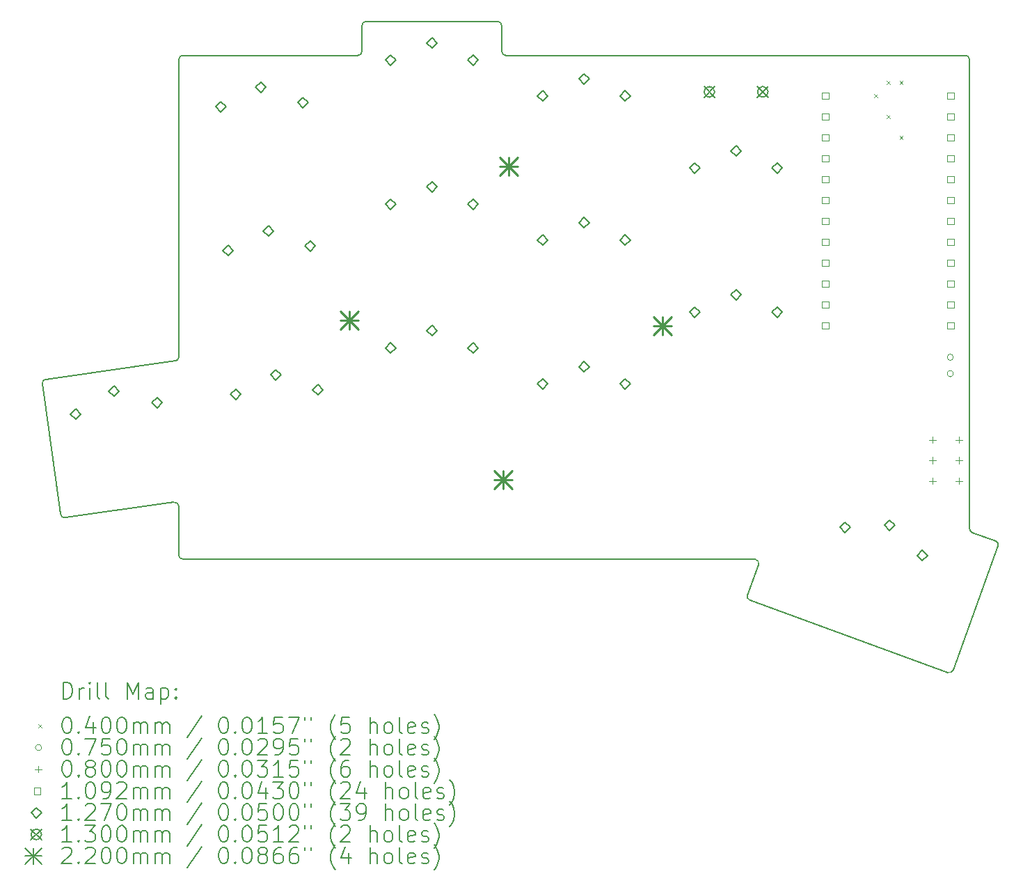
<source format=gbr>
%TF.GenerationSoftware,KiCad,Pcbnew,8.0.5*%
%TF.CreationDate,2024-09-22T11:05:00+10:00*%
%TF.ProjectId,pueo,7075656f-2e6b-4696-9361-645f70636258,0.1*%
%TF.SameCoordinates,Original*%
%TF.FileFunction,Drillmap*%
%TF.FilePolarity,Positive*%
%FSLAX45Y45*%
G04 Gerber Fmt 4.5, Leading zero omitted, Abs format (unit mm)*
G04 Created by KiCad (PCBNEW 8.0.5) date 2024-09-22 11:05:00*
%MOMM*%
%LPD*%
G01*
G04 APERTURE LIST*
%ADD10C,0.150000*%
%ADD11C,0.200000*%
%ADD12C,0.100000*%
%ADD13C,0.109220*%
%ADD14C,0.127000*%
%ADD15C,0.130000*%
%ADD16C,0.220000*%
G04 APERTURE END LIST*
D10*
X10748792Y-9678551D02*
G75*
G02*
X10805747Y-9728064I6968J-49499D01*
G01*
X9424256Y-9864702D02*
G75*
G02*
X9367785Y-9822147I-6966J49502D01*
G01*
X14734500Y-4193641D02*
X14734501Y-3881141D01*
X13034501Y-3881141D02*
X13034500Y-4193640D01*
X20458650Y-10044184D02*
G75*
G02*
X20425754Y-9997200I17090J46974D01*
G01*
X12984500Y-4243640D02*
X10855750Y-4243641D01*
X20425751Y-9997200D02*
X20425751Y-4293641D01*
X17754943Y-10869218D02*
G75*
G02*
X17725065Y-10805134I17117J46988D01*
G01*
X10805751Y-4293641D02*
X10805751Y-7910374D01*
X14684501Y-3831141D02*
G75*
G02*
X14734499Y-3881141I-1J-49999D01*
G01*
X9145106Y-8237718D02*
X9367783Y-9822147D01*
X10805751Y-7910374D02*
G75*
G02*
X10762710Y-7959893I-50011J4D01*
G01*
X9145106Y-8237718D02*
G75*
G02*
X9187662Y-8181255I49504J6958D01*
G01*
X10805751Y-4293641D02*
G75*
G02*
X10855750Y-4243641I49999J1D01*
G01*
X17859506Y-10435742D02*
X17725060Y-10805132D01*
X17812522Y-10368641D02*
G75*
G02*
X17859504Y-10435741I-2J-50000D01*
G01*
X10805751Y-9728064D02*
X10805750Y-10318641D01*
X20375750Y-4243640D02*
X14784500Y-4243641D01*
X13034500Y-4193640D02*
G75*
G02*
X12984500Y-4243641I-50001J0D01*
G01*
X20226709Y-11715657D02*
X20773941Y-10212150D01*
X13034501Y-3881141D02*
G75*
G02*
X13084500Y-3831141I49999J1D01*
G01*
X10855750Y-10368641D02*
X17812522Y-10368641D01*
X10855750Y-10368641D02*
G75*
G02*
X10805749Y-10318641I-10J49991D01*
G01*
X20744058Y-10148064D02*
G75*
G02*
X20773940Y-10212149I-17108J-46986D01*
G01*
X20744058Y-10148064D02*
X20458650Y-10044184D01*
X9187661Y-8181246D02*
X10762709Y-7959887D01*
X9424256Y-9864702D02*
X10748792Y-9678551D01*
X14684501Y-3831141D02*
X13084500Y-3831141D01*
X17754943Y-10869218D02*
X20162624Y-11745541D01*
X20226709Y-11715657D02*
G75*
G02*
X20162626Y-11745537I-46979J17097D01*
G01*
X20375750Y-4243641D02*
G75*
G02*
X20425750Y-4293640I-10J-50010D01*
G01*
X14784500Y-4243641D02*
G75*
G02*
X14734499Y-4193641I-11J49991D01*
G01*
D11*
D12*
X19264929Y-4716952D02*
X19304929Y-4756952D01*
X19304929Y-4716952D02*
X19264929Y-4756952D01*
X19419129Y-4551555D02*
X19459129Y-4591555D01*
X19459129Y-4551555D02*
X19419129Y-4591555D01*
X19419129Y-4968140D02*
X19459129Y-5008140D01*
X19459129Y-4968140D02*
X19419129Y-5008140D01*
X19574859Y-4550824D02*
X19614859Y-4590824D01*
X19614859Y-4550824D02*
X19574859Y-4590824D01*
X19574929Y-5222141D02*
X19614929Y-5262141D01*
X19614929Y-5222141D02*
X19574929Y-5262141D01*
X20229459Y-8113625D02*
G75*
G02*
X20154459Y-8113625I-37500J0D01*
G01*
X20154459Y-8113625D02*
G75*
G02*
X20229459Y-8113625I37500J0D01*
G01*
X20229460Y-7913625D02*
G75*
G02*
X20154460Y-7913625I-37500J0D01*
G01*
X20154460Y-7913625D02*
G75*
G02*
X20229460Y-7913625I37500J0D01*
G01*
X19976859Y-9127774D02*
X19976859Y-9207774D01*
X19936859Y-9167774D02*
X20016859Y-9167774D01*
X19976860Y-8877774D02*
X19976860Y-8957774D01*
X19936860Y-8917774D02*
X20016860Y-8917774D01*
X19976861Y-9377774D02*
X19976861Y-9457774D01*
X19936861Y-9417774D02*
X20016861Y-9417774D01*
X20296859Y-9377774D02*
X20296859Y-9457774D01*
X20256859Y-9417774D02*
X20336859Y-9417774D01*
X20296861Y-9127774D02*
X20296861Y-9207774D01*
X20256861Y-9167774D02*
X20336861Y-9167774D01*
X20296861Y-8877773D02*
X20296861Y-8957773D01*
X20256861Y-8917773D02*
X20336861Y-8917773D01*
D13*
X18711116Y-7058756D02*
X18711116Y-6981525D01*
X18633885Y-6981525D01*
X18633885Y-7058756D01*
X18711116Y-7058756D01*
X18711116Y-5788756D02*
X18711116Y-5711525D01*
X18633885Y-5711525D01*
X18633885Y-5788756D01*
X18711116Y-5788756D01*
X18711116Y-6804756D02*
X18711116Y-6727525D01*
X18633885Y-6727525D01*
X18633885Y-6804756D01*
X18711116Y-6804756D01*
X18711116Y-5026756D02*
X18711116Y-4949525D01*
X18633885Y-4949525D01*
X18633885Y-5026756D01*
X18711116Y-5026756D01*
X18711116Y-5534757D02*
X18711116Y-5457526D01*
X18633885Y-5457526D01*
X18633885Y-5534757D01*
X18711116Y-5534757D01*
X18711116Y-6042756D02*
X18711116Y-5965525D01*
X18633885Y-5965525D01*
X18633885Y-6042756D01*
X18711116Y-6042756D01*
X18711116Y-6296756D02*
X18711116Y-6219525D01*
X18633885Y-6219525D01*
X18633885Y-6296756D01*
X18711116Y-6296756D01*
X18711116Y-6550756D02*
X18711116Y-6473525D01*
X18633885Y-6473525D01*
X18633885Y-6550756D01*
X18711116Y-6550756D01*
X18711116Y-7312756D02*
X18711116Y-7235525D01*
X18633885Y-7235525D01*
X18633885Y-7312756D01*
X18711116Y-7312756D01*
X18711116Y-5280756D02*
X18711116Y-5203525D01*
X18633885Y-5203525D01*
X18633885Y-5280756D01*
X18711116Y-5280756D01*
X18711117Y-7566756D02*
X18711117Y-7489525D01*
X18633886Y-7489525D01*
X18633886Y-7566756D01*
X18711117Y-7566756D01*
X18711117Y-4772757D02*
X18711117Y-4695526D01*
X18633886Y-4695526D01*
X18633886Y-4772757D01*
X18711117Y-4772757D01*
X20235116Y-7566756D02*
X20235116Y-7489525D01*
X20157885Y-7489525D01*
X20157885Y-7566756D01*
X20235116Y-7566756D01*
X20235116Y-4772757D02*
X20235116Y-4695526D01*
X20157885Y-4695526D01*
X20157885Y-4772757D01*
X20235116Y-4772757D01*
X20235116Y-7058756D02*
X20235116Y-6981525D01*
X20157885Y-6981525D01*
X20157885Y-7058756D01*
X20235116Y-7058756D01*
X20235116Y-5026757D02*
X20235116Y-4949526D01*
X20157885Y-4949526D01*
X20157885Y-5026757D01*
X20235116Y-5026757D01*
X20235116Y-5788756D02*
X20235116Y-5711525D01*
X20157885Y-5711525D01*
X20157885Y-5788756D01*
X20235116Y-5788756D01*
X20235116Y-6042756D02*
X20235116Y-5965525D01*
X20157885Y-5965525D01*
X20157885Y-6042756D01*
X20235116Y-6042756D01*
X20235116Y-6296756D02*
X20235116Y-6219525D01*
X20157885Y-6219525D01*
X20157885Y-6296756D01*
X20235116Y-6296756D01*
X20235116Y-6804756D02*
X20235116Y-6727525D01*
X20157885Y-6727525D01*
X20157885Y-6804756D01*
X20235116Y-6804756D01*
X20235116Y-7312756D02*
X20235116Y-7235525D01*
X20157885Y-7235525D01*
X20157885Y-7312756D01*
X20235116Y-7312756D01*
X20235116Y-5534757D02*
X20235116Y-5457526D01*
X20157885Y-5457526D01*
X20157885Y-5534757D01*
X20235116Y-5534757D01*
X20235116Y-6550756D02*
X20235116Y-6473525D01*
X20157885Y-6473525D01*
X20157885Y-6550756D01*
X20235116Y-6550756D01*
X20235116Y-5280756D02*
X20235116Y-5203525D01*
X20157885Y-5203525D01*
X20157885Y-5280756D01*
X20235116Y-5280756D01*
D14*
X9550152Y-8668420D02*
X9613652Y-8604920D01*
X9550152Y-8541420D01*
X9486652Y-8604920D01*
X9550152Y-8668420D01*
X10016060Y-8390878D02*
X10079560Y-8327378D01*
X10016060Y-8263878D01*
X9952560Y-8327378D01*
X10016060Y-8390878D01*
X10540421Y-8529247D02*
X10603921Y-8465747D01*
X10540421Y-8402247D01*
X10476921Y-8465747D01*
X10540421Y-8529247D01*
X11315686Y-4930944D02*
X11379186Y-4867444D01*
X11315686Y-4803944D01*
X11252186Y-4867444D01*
X11315686Y-4930944D01*
X11407273Y-6678546D02*
X11470773Y-6615046D01*
X11407273Y-6551546D01*
X11343773Y-6615046D01*
X11407273Y-6678546D01*
X11498862Y-8426148D02*
X11562362Y-8362648D01*
X11498862Y-8299148D01*
X11435362Y-8362648D01*
X11498862Y-8426148D01*
X11804010Y-4695064D02*
X11867510Y-4631564D01*
X11804010Y-4568064D01*
X11740510Y-4631564D01*
X11804010Y-4695064D01*
X11895598Y-6442666D02*
X11959098Y-6379166D01*
X11895598Y-6315666D01*
X11832098Y-6379166D01*
X11895598Y-6442666D01*
X11987186Y-8190268D02*
X12050686Y-8126768D01*
X11987186Y-8063268D01*
X11923686Y-8126768D01*
X11987186Y-8190268D01*
X12314315Y-4878608D02*
X12377815Y-4815108D01*
X12314315Y-4751608D01*
X12250815Y-4815108D01*
X12314315Y-4878608D01*
X12405903Y-6626210D02*
X12469403Y-6562710D01*
X12405903Y-6499210D01*
X12342403Y-6562710D01*
X12405903Y-6626210D01*
X12497491Y-8373812D02*
X12560991Y-8310312D01*
X12497491Y-8246812D01*
X12433991Y-8310312D01*
X12497491Y-8373812D01*
X13384500Y-6114641D02*
X13448000Y-6051141D01*
X13384500Y-5987641D01*
X13321000Y-6051141D01*
X13384500Y-6114641D01*
X13384500Y-4364641D02*
X13448000Y-4301141D01*
X13384500Y-4237641D01*
X13321000Y-4301141D01*
X13384500Y-4364641D01*
X13384501Y-7864640D02*
X13448001Y-7801140D01*
X13384501Y-7737640D01*
X13321001Y-7801140D01*
X13384501Y-7864640D01*
X13884500Y-5904641D02*
X13948000Y-5841141D01*
X13884500Y-5777641D01*
X13821000Y-5841141D01*
X13884500Y-5904641D01*
X13884500Y-4154641D02*
X13948000Y-4091141D01*
X13884500Y-4027641D01*
X13821000Y-4091141D01*
X13884500Y-4154641D01*
X13884501Y-7654640D02*
X13948001Y-7591140D01*
X13884501Y-7527640D01*
X13821001Y-7591140D01*
X13884501Y-7654640D01*
X14384500Y-6114641D02*
X14448000Y-6051141D01*
X14384500Y-5987641D01*
X14321000Y-6051141D01*
X14384500Y-6114641D01*
X14384500Y-4364641D02*
X14448000Y-4301141D01*
X14384500Y-4237641D01*
X14321000Y-4301141D01*
X14384500Y-4364641D01*
X14384501Y-7864640D02*
X14448001Y-7801140D01*
X14384501Y-7737640D01*
X14321001Y-7801140D01*
X14384501Y-7864640D01*
X15234500Y-6552141D02*
X15298000Y-6488641D01*
X15234500Y-6425141D01*
X15171000Y-6488641D01*
X15234500Y-6552141D01*
X15234500Y-8302140D02*
X15298000Y-8238640D01*
X15234500Y-8175140D01*
X15171000Y-8238640D01*
X15234500Y-8302140D01*
X15234501Y-4802141D02*
X15298001Y-4738641D01*
X15234501Y-4675141D01*
X15171001Y-4738641D01*
X15234501Y-4802141D01*
X15734500Y-6342141D02*
X15798000Y-6278641D01*
X15734500Y-6215141D01*
X15671000Y-6278641D01*
X15734500Y-6342141D01*
X15734500Y-8092140D02*
X15798000Y-8028640D01*
X15734500Y-7965140D01*
X15671000Y-8028640D01*
X15734500Y-8092140D01*
X15734501Y-4592141D02*
X15798001Y-4528641D01*
X15734501Y-4465141D01*
X15671001Y-4528641D01*
X15734501Y-4592141D01*
X16234500Y-6552141D02*
X16298000Y-6488641D01*
X16234500Y-6425141D01*
X16171000Y-6488641D01*
X16234500Y-6552141D01*
X16234500Y-8302140D02*
X16298000Y-8238640D01*
X16234500Y-8175140D01*
X16171000Y-8238640D01*
X16234500Y-8302140D01*
X16234501Y-4802141D02*
X16298001Y-4738641D01*
X16234501Y-4675141D01*
X16171001Y-4738641D01*
X16234501Y-4802141D01*
X17084500Y-5677141D02*
X17148000Y-5613641D01*
X17084500Y-5550141D01*
X17021000Y-5613641D01*
X17084500Y-5677141D01*
X17084501Y-7427140D02*
X17148001Y-7363640D01*
X17084501Y-7300140D01*
X17021001Y-7363640D01*
X17084501Y-7427140D01*
X17584500Y-5467141D02*
X17648000Y-5403641D01*
X17584500Y-5340141D01*
X17521000Y-5403641D01*
X17584500Y-5467141D01*
X17584501Y-7217140D02*
X17648001Y-7153640D01*
X17584501Y-7090140D01*
X17521001Y-7153640D01*
X17584501Y-7217140D01*
X18084500Y-5677141D02*
X18148000Y-5613641D01*
X18084500Y-5550141D01*
X18021000Y-5613641D01*
X18084500Y-5677141D01*
X18084501Y-7427140D02*
X18148001Y-7363640D01*
X18084501Y-7300140D01*
X18021001Y-7363640D01*
X18084501Y-7427140D01*
X18909622Y-10044047D02*
X18973122Y-9980547D01*
X18909622Y-9917047D01*
X18846122Y-9980547D01*
X18909622Y-10044047D01*
X19451292Y-10017722D02*
X19514792Y-9954222D01*
X19451292Y-9890722D01*
X19387792Y-9954222D01*
X19451292Y-10017722D01*
X19849314Y-10386068D02*
X19912814Y-10322568D01*
X19849314Y-10259068D01*
X19785814Y-10322568D01*
X19849314Y-10386068D01*
D15*
X17195560Y-4622424D02*
X17325560Y-4752424D01*
X17325560Y-4622424D02*
X17195560Y-4752424D01*
X17325560Y-4687424D02*
G75*
G02*
X17195560Y-4687424I-65000J0D01*
G01*
X17195560Y-4687424D02*
G75*
G02*
X17325560Y-4687424I65000J0D01*
G01*
X17845560Y-4622424D02*
X17975560Y-4752424D01*
X17975560Y-4622424D02*
X17845560Y-4752424D01*
X17975560Y-4687424D02*
G75*
G02*
X17845560Y-4687424I-65000J0D01*
G01*
X17845560Y-4687424D02*
G75*
G02*
X17975560Y-4687424I65000J0D01*
G01*
D16*
X12771438Y-7354394D02*
X12991438Y-7574394D01*
X12991438Y-7354394D02*
X12771438Y-7574394D01*
X12881438Y-7354394D02*
X12881438Y-7574394D01*
X12771438Y-7464394D02*
X12991438Y-7464394D01*
X14642901Y-9292351D02*
X14862901Y-9512351D01*
X14862901Y-9292351D02*
X14642901Y-9512351D01*
X14752901Y-9292351D02*
X14752901Y-9512351D01*
X14642901Y-9402351D02*
X14862901Y-9402351D01*
X14709395Y-5482931D02*
X14929395Y-5702931D01*
X14929395Y-5482931D02*
X14709395Y-5702931D01*
X14819395Y-5482931D02*
X14819395Y-5702931D01*
X14709395Y-5592931D02*
X14929395Y-5592931D01*
X16580858Y-7420887D02*
X16800858Y-7640887D01*
X16800858Y-7420887D02*
X16580858Y-7640887D01*
X16690858Y-7420887D02*
X16690858Y-7640887D01*
X16580858Y-7530887D02*
X16800858Y-7530887D01*
D11*
X9397896Y-12067538D02*
X9397896Y-11867538D01*
X9397896Y-11867538D02*
X9445515Y-11867538D01*
X9445515Y-11867538D02*
X9474087Y-11877061D01*
X9474087Y-11877061D02*
X9493135Y-11896109D01*
X9493135Y-11896109D02*
X9502658Y-11915157D01*
X9502658Y-11915157D02*
X9512182Y-11953252D01*
X9512182Y-11953252D02*
X9512182Y-11981823D01*
X9512182Y-11981823D02*
X9502658Y-12019919D01*
X9502658Y-12019919D02*
X9493135Y-12038966D01*
X9493135Y-12038966D02*
X9474087Y-12058014D01*
X9474087Y-12058014D02*
X9445515Y-12067538D01*
X9445515Y-12067538D02*
X9397896Y-12067538D01*
X9597896Y-12067538D02*
X9597896Y-11934204D01*
X9597896Y-11972300D02*
X9607420Y-11953252D01*
X9607420Y-11953252D02*
X9616944Y-11943728D01*
X9616944Y-11943728D02*
X9635992Y-11934204D01*
X9635992Y-11934204D02*
X9655039Y-11934204D01*
X9721706Y-12067538D02*
X9721706Y-11934204D01*
X9721706Y-11867538D02*
X9712182Y-11877061D01*
X9712182Y-11877061D02*
X9721706Y-11886585D01*
X9721706Y-11886585D02*
X9731230Y-11877061D01*
X9731230Y-11877061D02*
X9721706Y-11867538D01*
X9721706Y-11867538D02*
X9721706Y-11886585D01*
X9845515Y-12067538D02*
X9826468Y-12058014D01*
X9826468Y-12058014D02*
X9816944Y-12038966D01*
X9816944Y-12038966D02*
X9816944Y-11867538D01*
X9950277Y-12067538D02*
X9931230Y-12058014D01*
X9931230Y-12058014D02*
X9921706Y-12038966D01*
X9921706Y-12038966D02*
X9921706Y-11867538D01*
X10178849Y-12067538D02*
X10178849Y-11867538D01*
X10178849Y-11867538D02*
X10245516Y-12010395D01*
X10245516Y-12010395D02*
X10312182Y-11867538D01*
X10312182Y-11867538D02*
X10312182Y-12067538D01*
X10493135Y-12067538D02*
X10493135Y-11962776D01*
X10493135Y-11962776D02*
X10483611Y-11943728D01*
X10483611Y-11943728D02*
X10464563Y-11934204D01*
X10464563Y-11934204D02*
X10426468Y-11934204D01*
X10426468Y-11934204D02*
X10407420Y-11943728D01*
X10493135Y-12058014D02*
X10474087Y-12067538D01*
X10474087Y-12067538D02*
X10426468Y-12067538D01*
X10426468Y-12067538D02*
X10407420Y-12058014D01*
X10407420Y-12058014D02*
X10397896Y-12038966D01*
X10397896Y-12038966D02*
X10397896Y-12019919D01*
X10397896Y-12019919D02*
X10407420Y-12000871D01*
X10407420Y-12000871D02*
X10426468Y-11991347D01*
X10426468Y-11991347D02*
X10474087Y-11991347D01*
X10474087Y-11991347D02*
X10493135Y-11981823D01*
X10588373Y-11934204D02*
X10588373Y-12134204D01*
X10588373Y-11943728D02*
X10607420Y-11934204D01*
X10607420Y-11934204D02*
X10645516Y-11934204D01*
X10645516Y-11934204D02*
X10664563Y-11943728D01*
X10664563Y-11943728D02*
X10674087Y-11953252D01*
X10674087Y-11953252D02*
X10683611Y-11972300D01*
X10683611Y-11972300D02*
X10683611Y-12029442D01*
X10683611Y-12029442D02*
X10674087Y-12048490D01*
X10674087Y-12048490D02*
X10664563Y-12058014D01*
X10664563Y-12058014D02*
X10645516Y-12067538D01*
X10645516Y-12067538D02*
X10607420Y-12067538D01*
X10607420Y-12067538D02*
X10588373Y-12058014D01*
X10769325Y-12048490D02*
X10778849Y-12058014D01*
X10778849Y-12058014D02*
X10769325Y-12067538D01*
X10769325Y-12067538D02*
X10759801Y-12058014D01*
X10759801Y-12058014D02*
X10769325Y-12048490D01*
X10769325Y-12048490D02*
X10769325Y-12067538D01*
X10769325Y-11943728D02*
X10778849Y-11953252D01*
X10778849Y-11953252D02*
X10769325Y-11962776D01*
X10769325Y-11962776D02*
X10759801Y-11953252D01*
X10759801Y-11953252D02*
X10769325Y-11943728D01*
X10769325Y-11943728D02*
X10769325Y-11962776D01*
D12*
X9097120Y-12376054D02*
X9137120Y-12416054D01*
X9137120Y-12376054D02*
X9097120Y-12416054D01*
D11*
X9435992Y-12287538D02*
X9455039Y-12287538D01*
X9455039Y-12287538D02*
X9474087Y-12297061D01*
X9474087Y-12297061D02*
X9483611Y-12306585D01*
X9483611Y-12306585D02*
X9493135Y-12325633D01*
X9493135Y-12325633D02*
X9502658Y-12363728D01*
X9502658Y-12363728D02*
X9502658Y-12411347D01*
X9502658Y-12411347D02*
X9493135Y-12449442D01*
X9493135Y-12449442D02*
X9483611Y-12468490D01*
X9483611Y-12468490D02*
X9474087Y-12478014D01*
X9474087Y-12478014D02*
X9455039Y-12487538D01*
X9455039Y-12487538D02*
X9435992Y-12487538D01*
X9435992Y-12487538D02*
X9416944Y-12478014D01*
X9416944Y-12478014D02*
X9407420Y-12468490D01*
X9407420Y-12468490D02*
X9397896Y-12449442D01*
X9397896Y-12449442D02*
X9388373Y-12411347D01*
X9388373Y-12411347D02*
X9388373Y-12363728D01*
X9388373Y-12363728D02*
X9397896Y-12325633D01*
X9397896Y-12325633D02*
X9407420Y-12306585D01*
X9407420Y-12306585D02*
X9416944Y-12297061D01*
X9416944Y-12297061D02*
X9435992Y-12287538D01*
X9588373Y-12468490D02*
X9597896Y-12478014D01*
X9597896Y-12478014D02*
X9588373Y-12487538D01*
X9588373Y-12487538D02*
X9578849Y-12478014D01*
X9578849Y-12478014D02*
X9588373Y-12468490D01*
X9588373Y-12468490D02*
X9588373Y-12487538D01*
X9769325Y-12354204D02*
X9769325Y-12487538D01*
X9721706Y-12278014D02*
X9674087Y-12420871D01*
X9674087Y-12420871D02*
X9797896Y-12420871D01*
X9912182Y-12287538D02*
X9931230Y-12287538D01*
X9931230Y-12287538D02*
X9950277Y-12297061D01*
X9950277Y-12297061D02*
X9959801Y-12306585D01*
X9959801Y-12306585D02*
X9969325Y-12325633D01*
X9969325Y-12325633D02*
X9978849Y-12363728D01*
X9978849Y-12363728D02*
X9978849Y-12411347D01*
X9978849Y-12411347D02*
X9969325Y-12449442D01*
X9969325Y-12449442D02*
X9959801Y-12468490D01*
X9959801Y-12468490D02*
X9950277Y-12478014D01*
X9950277Y-12478014D02*
X9931230Y-12487538D01*
X9931230Y-12487538D02*
X9912182Y-12487538D01*
X9912182Y-12487538D02*
X9893135Y-12478014D01*
X9893135Y-12478014D02*
X9883611Y-12468490D01*
X9883611Y-12468490D02*
X9874087Y-12449442D01*
X9874087Y-12449442D02*
X9864563Y-12411347D01*
X9864563Y-12411347D02*
X9864563Y-12363728D01*
X9864563Y-12363728D02*
X9874087Y-12325633D01*
X9874087Y-12325633D02*
X9883611Y-12306585D01*
X9883611Y-12306585D02*
X9893135Y-12297061D01*
X9893135Y-12297061D02*
X9912182Y-12287538D01*
X10102658Y-12287538D02*
X10121706Y-12287538D01*
X10121706Y-12287538D02*
X10140754Y-12297061D01*
X10140754Y-12297061D02*
X10150277Y-12306585D01*
X10150277Y-12306585D02*
X10159801Y-12325633D01*
X10159801Y-12325633D02*
X10169325Y-12363728D01*
X10169325Y-12363728D02*
X10169325Y-12411347D01*
X10169325Y-12411347D02*
X10159801Y-12449442D01*
X10159801Y-12449442D02*
X10150277Y-12468490D01*
X10150277Y-12468490D02*
X10140754Y-12478014D01*
X10140754Y-12478014D02*
X10121706Y-12487538D01*
X10121706Y-12487538D02*
X10102658Y-12487538D01*
X10102658Y-12487538D02*
X10083611Y-12478014D01*
X10083611Y-12478014D02*
X10074087Y-12468490D01*
X10074087Y-12468490D02*
X10064563Y-12449442D01*
X10064563Y-12449442D02*
X10055039Y-12411347D01*
X10055039Y-12411347D02*
X10055039Y-12363728D01*
X10055039Y-12363728D02*
X10064563Y-12325633D01*
X10064563Y-12325633D02*
X10074087Y-12306585D01*
X10074087Y-12306585D02*
X10083611Y-12297061D01*
X10083611Y-12297061D02*
X10102658Y-12287538D01*
X10255039Y-12487538D02*
X10255039Y-12354204D01*
X10255039Y-12373252D02*
X10264563Y-12363728D01*
X10264563Y-12363728D02*
X10283611Y-12354204D01*
X10283611Y-12354204D02*
X10312182Y-12354204D01*
X10312182Y-12354204D02*
X10331230Y-12363728D01*
X10331230Y-12363728D02*
X10340754Y-12382776D01*
X10340754Y-12382776D02*
X10340754Y-12487538D01*
X10340754Y-12382776D02*
X10350277Y-12363728D01*
X10350277Y-12363728D02*
X10369325Y-12354204D01*
X10369325Y-12354204D02*
X10397896Y-12354204D01*
X10397896Y-12354204D02*
X10416944Y-12363728D01*
X10416944Y-12363728D02*
X10426468Y-12382776D01*
X10426468Y-12382776D02*
X10426468Y-12487538D01*
X10521706Y-12487538D02*
X10521706Y-12354204D01*
X10521706Y-12373252D02*
X10531230Y-12363728D01*
X10531230Y-12363728D02*
X10550277Y-12354204D01*
X10550277Y-12354204D02*
X10578849Y-12354204D01*
X10578849Y-12354204D02*
X10597897Y-12363728D01*
X10597897Y-12363728D02*
X10607420Y-12382776D01*
X10607420Y-12382776D02*
X10607420Y-12487538D01*
X10607420Y-12382776D02*
X10616944Y-12363728D01*
X10616944Y-12363728D02*
X10635992Y-12354204D01*
X10635992Y-12354204D02*
X10664563Y-12354204D01*
X10664563Y-12354204D02*
X10683611Y-12363728D01*
X10683611Y-12363728D02*
X10693135Y-12382776D01*
X10693135Y-12382776D02*
X10693135Y-12487538D01*
X11083611Y-12278014D02*
X10912182Y-12535157D01*
X11340754Y-12287538D02*
X11359801Y-12287538D01*
X11359801Y-12287538D02*
X11378849Y-12297061D01*
X11378849Y-12297061D02*
X11388373Y-12306585D01*
X11388373Y-12306585D02*
X11397897Y-12325633D01*
X11397897Y-12325633D02*
X11407420Y-12363728D01*
X11407420Y-12363728D02*
X11407420Y-12411347D01*
X11407420Y-12411347D02*
X11397897Y-12449442D01*
X11397897Y-12449442D02*
X11388373Y-12468490D01*
X11388373Y-12468490D02*
X11378849Y-12478014D01*
X11378849Y-12478014D02*
X11359801Y-12487538D01*
X11359801Y-12487538D02*
X11340754Y-12487538D01*
X11340754Y-12487538D02*
X11321706Y-12478014D01*
X11321706Y-12478014D02*
X11312182Y-12468490D01*
X11312182Y-12468490D02*
X11302658Y-12449442D01*
X11302658Y-12449442D02*
X11293135Y-12411347D01*
X11293135Y-12411347D02*
X11293135Y-12363728D01*
X11293135Y-12363728D02*
X11302658Y-12325633D01*
X11302658Y-12325633D02*
X11312182Y-12306585D01*
X11312182Y-12306585D02*
X11321706Y-12297061D01*
X11321706Y-12297061D02*
X11340754Y-12287538D01*
X11493135Y-12468490D02*
X11502658Y-12478014D01*
X11502658Y-12478014D02*
X11493135Y-12487538D01*
X11493135Y-12487538D02*
X11483611Y-12478014D01*
X11483611Y-12478014D02*
X11493135Y-12468490D01*
X11493135Y-12468490D02*
X11493135Y-12487538D01*
X11626468Y-12287538D02*
X11645516Y-12287538D01*
X11645516Y-12287538D02*
X11664563Y-12297061D01*
X11664563Y-12297061D02*
X11674087Y-12306585D01*
X11674087Y-12306585D02*
X11683611Y-12325633D01*
X11683611Y-12325633D02*
X11693135Y-12363728D01*
X11693135Y-12363728D02*
X11693135Y-12411347D01*
X11693135Y-12411347D02*
X11683611Y-12449442D01*
X11683611Y-12449442D02*
X11674087Y-12468490D01*
X11674087Y-12468490D02*
X11664563Y-12478014D01*
X11664563Y-12478014D02*
X11645516Y-12487538D01*
X11645516Y-12487538D02*
X11626468Y-12487538D01*
X11626468Y-12487538D02*
X11607420Y-12478014D01*
X11607420Y-12478014D02*
X11597897Y-12468490D01*
X11597897Y-12468490D02*
X11588373Y-12449442D01*
X11588373Y-12449442D02*
X11578849Y-12411347D01*
X11578849Y-12411347D02*
X11578849Y-12363728D01*
X11578849Y-12363728D02*
X11588373Y-12325633D01*
X11588373Y-12325633D02*
X11597897Y-12306585D01*
X11597897Y-12306585D02*
X11607420Y-12297061D01*
X11607420Y-12297061D02*
X11626468Y-12287538D01*
X11883611Y-12487538D02*
X11769325Y-12487538D01*
X11826468Y-12487538D02*
X11826468Y-12287538D01*
X11826468Y-12287538D02*
X11807420Y-12316109D01*
X11807420Y-12316109D02*
X11788373Y-12335157D01*
X11788373Y-12335157D02*
X11769325Y-12344680D01*
X12064563Y-12287538D02*
X11969325Y-12287538D01*
X11969325Y-12287538D02*
X11959801Y-12382776D01*
X11959801Y-12382776D02*
X11969325Y-12373252D01*
X11969325Y-12373252D02*
X11988373Y-12363728D01*
X11988373Y-12363728D02*
X12035992Y-12363728D01*
X12035992Y-12363728D02*
X12055039Y-12373252D01*
X12055039Y-12373252D02*
X12064563Y-12382776D01*
X12064563Y-12382776D02*
X12074087Y-12401823D01*
X12074087Y-12401823D02*
X12074087Y-12449442D01*
X12074087Y-12449442D02*
X12064563Y-12468490D01*
X12064563Y-12468490D02*
X12055039Y-12478014D01*
X12055039Y-12478014D02*
X12035992Y-12487538D01*
X12035992Y-12487538D02*
X11988373Y-12487538D01*
X11988373Y-12487538D02*
X11969325Y-12478014D01*
X11969325Y-12478014D02*
X11959801Y-12468490D01*
X12140754Y-12287538D02*
X12274087Y-12287538D01*
X12274087Y-12287538D02*
X12188373Y-12487538D01*
X12340754Y-12287538D02*
X12340754Y-12325633D01*
X12416944Y-12287538D02*
X12416944Y-12325633D01*
X12712182Y-12563728D02*
X12702659Y-12554204D01*
X12702659Y-12554204D02*
X12683611Y-12525633D01*
X12683611Y-12525633D02*
X12674087Y-12506585D01*
X12674087Y-12506585D02*
X12664563Y-12478014D01*
X12664563Y-12478014D02*
X12655040Y-12430395D01*
X12655040Y-12430395D02*
X12655040Y-12392300D01*
X12655040Y-12392300D02*
X12664563Y-12344680D01*
X12664563Y-12344680D02*
X12674087Y-12316109D01*
X12674087Y-12316109D02*
X12683611Y-12297061D01*
X12683611Y-12297061D02*
X12702659Y-12268490D01*
X12702659Y-12268490D02*
X12712182Y-12258966D01*
X12883611Y-12287538D02*
X12788373Y-12287538D01*
X12788373Y-12287538D02*
X12778849Y-12382776D01*
X12778849Y-12382776D02*
X12788373Y-12373252D01*
X12788373Y-12373252D02*
X12807420Y-12363728D01*
X12807420Y-12363728D02*
X12855040Y-12363728D01*
X12855040Y-12363728D02*
X12874087Y-12373252D01*
X12874087Y-12373252D02*
X12883611Y-12382776D01*
X12883611Y-12382776D02*
X12893135Y-12401823D01*
X12893135Y-12401823D02*
X12893135Y-12449442D01*
X12893135Y-12449442D02*
X12883611Y-12468490D01*
X12883611Y-12468490D02*
X12874087Y-12478014D01*
X12874087Y-12478014D02*
X12855040Y-12487538D01*
X12855040Y-12487538D02*
X12807420Y-12487538D01*
X12807420Y-12487538D02*
X12788373Y-12478014D01*
X12788373Y-12478014D02*
X12778849Y-12468490D01*
X13131230Y-12487538D02*
X13131230Y-12287538D01*
X13216944Y-12487538D02*
X13216944Y-12382776D01*
X13216944Y-12382776D02*
X13207421Y-12363728D01*
X13207421Y-12363728D02*
X13188373Y-12354204D01*
X13188373Y-12354204D02*
X13159801Y-12354204D01*
X13159801Y-12354204D02*
X13140754Y-12363728D01*
X13140754Y-12363728D02*
X13131230Y-12373252D01*
X13340754Y-12487538D02*
X13321706Y-12478014D01*
X13321706Y-12478014D02*
X13312182Y-12468490D01*
X13312182Y-12468490D02*
X13302659Y-12449442D01*
X13302659Y-12449442D02*
X13302659Y-12392300D01*
X13302659Y-12392300D02*
X13312182Y-12373252D01*
X13312182Y-12373252D02*
X13321706Y-12363728D01*
X13321706Y-12363728D02*
X13340754Y-12354204D01*
X13340754Y-12354204D02*
X13369325Y-12354204D01*
X13369325Y-12354204D02*
X13388373Y-12363728D01*
X13388373Y-12363728D02*
X13397897Y-12373252D01*
X13397897Y-12373252D02*
X13407421Y-12392300D01*
X13407421Y-12392300D02*
X13407421Y-12449442D01*
X13407421Y-12449442D02*
X13397897Y-12468490D01*
X13397897Y-12468490D02*
X13388373Y-12478014D01*
X13388373Y-12478014D02*
X13369325Y-12487538D01*
X13369325Y-12487538D02*
X13340754Y-12487538D01*
X13521706Y-12487538D02*
X13502659Y-12478014D01*
X13502659Y-12478014D02*
X13493135Y-12458966D01*
X13493135Y-12458966D02*
X13493135Y-12287538D01*
X13674087Y-12478014D02*
X13655040Y-12487538D01*
X13655040Y-12487538D02*
X13616944Y-12487538D01*
X13616944Y-12487538D02*
X13597897Y-12478014D01*
X13597897Y-12478014D02*
X13588373Y-12458966D01*
X13588373Y-12458966D02*
X13588373Y-12382776D01*
X13588373Y-12382776D02*
X13597897Y-12363728D01*
X13597897Y-12363728D02*
X13616944Y-12354204D01*
X13616944Y-12354204D02*
X13655040Y-12354204D01*
X13655040Y-12354204D02*
X13674087Y-12363728D01*
X13674087Y-12363728D02*
X13683611Y-12382776D01*
X13683611Y-12382776D02*
X13683611Y-12401823D01*
X13683611Y-12401823D02*
X13588373Y-12420871D01*
X13759802Y-12478014D02*
X13778849Y-12487538D01*
X13778849Y-12487538D02*
X13816944Y-12487538D01*
X13816944Y-12487538D02*
X13835992Y-12478014D01*
X13835992Y-12478014D02*
X13845516Y-12458966D01*
X13845516Y-12458966D02*
X13845516Y-12449442D01*
X13845516Y-12449442D02*
X13835992Y-12430395D01*
X13835992Y-12430395D02*
X13816944Y-12420871D01*
X13816944Y-12420871D02*
X13788373Y-12420871D01*
X13788373Y-12420871D02*
X13769325Y-12411347D01*
X13769325Y-12411347D02*
X13759802Y-12392300D01*
X13759802Y-12392300D02*
X13759802Y-12382776D01*
X13759802Y-12382776D02*
X13769325Y-12363728D01*
X13769325Y-12363728D02*
X13788373Y-12354204D01*
X13788373Y-12354204D02*
X13816944Y-12354204D01*
X13816944Y-12354204D02*
X13835992Y-12363728D01*
X13912183Y-12563728D02*
X13921706Y-12554204D01*
X13921706Y-12554204D02*
X13940754Y-12525633D01*
X13940754Y-12525633D02*
X13950278Y-12506585D01*
X13950278Y-12506585D02*
X13959802Y-12478014D01*
X13959802Y-12478014D02*
X13969325Y-12430395D01*
X13969325Y-12430395D02*
X13969325Y-12392300D01*
X13969325Y-12392300D02*
X13959802Y-12344680D01*
X13959802Y-12344680D02*
X13950278Y-12316109D01*
X13950278Y-12316109D02*
X13940754Y-12297061D01*
X13940754Y-12297061D02*
X13921706Y-12268490D01*
X13921706Y-12268490D02*
X13912183Y-12258966D01*
D12*
X9137120Y-12660054D02*
G75*
G02*
X9062120Y-12660054I-37500J0D01*
G01*
X9062120Y-12660054D02*
G75*
G02*
X9137120Y-12660054I37500J0D01*
G01*
D11*
X9435992Y-12551538D02*
X9455039Y-12551538D01*
X9455039Y-12551538D02*
X9474087Y-12561061D01*
X9474087Y-12561061D02*
X9483611Y-12570585D01*
X9483611Y-12570585D02*
X9493135Y-12589633D01*
X9493135Y-12589633D02*
X9502658Y-12627728D01*
X9502658Y-12627728D02*
X9502658Y-12675347D01*
X9502658Y-12675347D02*
X9493135Y-12713442D01*
X9493135Y-12713442D02*
X9483611Y-12732490D01*
X9483611Y-12732490D02*
X9474087Y-12742014D01*
X9474087Y-12742014D02*
X9455039Y-12751538D01*
X9455039Y-12751538D02*
X9435992Y-12751538D01*
X9435992Y-12751538D02*
X9416944Y-12742014D01*
X9416944Y-12742014D02*
X9407420Y-12732490D01*
X9407420Y-12732490D02*
X9397896Y-12713442D01*
X9397896Y-12713442D02*
X9388373Y-12675347D01*
X9388373Y-12675347D02*
X9388373Y-12627728D01*
X9388373Y-12627728D02*
X9397896Y-12589633D01*
X9397896Y-12589633D02*
X9407420Y-12570585D01*
X9407420Y-12570585D02*
X9416944Y-12561061D01*
X9416944Y-12561061D02*
X9435992Y-12551538D01*
X9588373Y-12732490D02*
X9597896Y-12742014D01*
X9597896Y-12742014D02*
X9588373Y-12751538D01*
X9588373Y-12751538D02*
X9578849Y-12742014D01*
X9578849Y-12742014D02*
X9588373Y-12732490D01*
X9588373Y-12732490D02*
X9588373Y-12751538D01*
X9664563Y-12551538D02*
X9797896Y-12551538D01*
X9797896Y-12551538D02*
X9712182Y-12751538D01*
X9969325Y-12551538D02*
X9874087Y-12551538D01*
X9874087Y-12551538D02*
X9864563Y-12646776D01*
X9864563Y-12646776D02*
X9874087Y-12637252D01*
X9874087Y-12637252D02*
X9893135Y-12627728D01*
X9893135Y-12627728D02*
X9940754Y-12627728D01*
X9940754Y-12627728D02*
X9959801Y-12637252D01*
X9959801Y-12637252D02*
X9969325Y-12646776D01*
X9969325Y-12646776D02*
X9978849Y-12665823D01*
X9978849Y-12665823D02*
X9978849Y-12713442D01*
X9978849Y-12713442D02*
X9969325Y-12732490D01*
X9969325Y-12732490D02*
X9959801Y-12742014D01*
X9959801Y-12742014D02*
X9940754Y-12751538D01*
X9940754Y-12751538D02*
X9893135Y-12751538D01*
X9893135Y-12751538D02*
X9874087Y-12742014D01*
X9874087Y-12742014D02*
X9864563Y-12732490D01*
X10102658Y-12551538D02*
X10121706Y-12551538D01*
X10121706Y-12551538D02*
X10140754Y-12561061D01*
X10140754Y-12561061D02*
X10150277Y-12570585D01*
X10150277Y-12570585D02*
X10159801Y-12589633D01*
X10159801Y-12589633D02*
X10169325Y-12627728D01*
X10169325Y-12627728D02*
X10169325Y-12675347D01*
X10169325Y-12675347D02*
X10159801Y-12713442D01*
X10159801Y-12713442D02*
X10150277Y-12732490D01*
X10150277Y-12732490D02*
X10140754Y-12742014D01*
X10140754Y-12742014D02*
X10121706Y-12751538D01*
X10121706Y-12751538D02*
X10102658Y-12751538D01*
X10102658Y-12751538D02*
X10083611Y-12742014D01*
X10083611Y-12742014D02*
X10074087Y-12732490D01*
X10074087Y-12732490D02*
X10064563Y-12713442D01*
X10064563Y-12713442D02*
X10055039Y-12675347D01*
X10055039Y-12675347D02*
X10055039Y-12627728D01*
X10055039Y-12627728D02*
X10064563Y-12589633D01*
X10064563Y-12589633D02*
X10074087Y-12570585D01*
X10074087Y-12570585D02*
X10083611Y-12561061D01*
X10083611Y-12561061D02*
X10102658Y-12551538D01*
X10255039Y-12751538D02*
X10255039Y-12618204D01*
X10255039Y-12637252D02*
X10264563Y-12627728D01*
X10264563Y-12627728D02*
X10283611Y-12618204D01*
X10283611Y-12618204D02*
X10312182Y-12618204D01*
X10312182Y-12618204D02*
X10331230Y-12627728D01*
X10331230Y-12627728D02*
X10340754Y-12646776D01*
X10340754Y-12646776D02*
X10340754Y-12751538D01*
X10340754Y-12646776D02*
X10350277Y-12627728D01*
X10350277Y-12627728D02*
X10369325Y-12618204D01*
X10369325Y-12618204D02*
X10397896Y-12618204D01*
X10397896Y-12618204D02*
X10416944Y-12627728D01*
X10416944Y-12627728D02*
X10426468Y-12646776D01*
X10426468Y-12646776D02*
X10426468Y-12751538D01*
X10521706Y-12751538D02*
X10521706Y-12618204D01*
X10521706Y-12637252D02*
X10531230Y-12627728D01*
X10531230Y-12627728D02*
X10550277Y-12618204D01*
X10550277Y-12618204D02*
X10578849Y-12618204D01*
X10578849Y-12618204D02*
X10597897Y-12627728D01*
X10597897Y-12627728D02*
X10607420Y-12646776D01*
X10607420Y-12646776D02*
X10607420Y-12751538D01*
X10607420Y-12646776D02*
X10616944Y-12627728D01*
X10616944Y-12627728D02*
X10635992Y-12618204D01*
X10635992Y-12618204D02*
X10664563Y-12618204D01*
X10664563Y-12618204D02*
X10683611Y-12627728D01*
X10683611Y-12627728D02*
X10693135Y-12646776D01*
X10693135Y-12646776D02*
X10693135Y-12751538D01*
X11083611Y-12542014D02*
X10912182Y-12799157D01*
X11340754Y-12551538D02*
X11359801Y-12551538D01*
X11359801Y-12551538D02*
X11378849Y-12561061D01*
X11378849Y-12561061D02*
X11388373Y-12570585D01*
X11388373Y-12570585D02*
X11397897Y-12589633D01*
X11397897Y-12589633D02*
X11407420Y-12627728D01*
X11407420Y-12627728D02*
X11407420Y-12675347D01*
X11407420Y-12675347D02*
X11397897Y-12713442D01*
X11397897Y-12713442D02*
X11388373Y-12732490D01*
X11388373Y-12732490D02*
X11378849Y-12742014D01*
X11378849Y-12742014D02*
X11359801Y-12751538D01*
X11359801Y-12751538D02*
X11340754Y-12751538D01*
X11340754Y-12751538D02*
X11321706Y-12742014D01*
X11321706Y-12742014D02*
X11312182Y-12732490D01*
X11312182Y-12732490D02*
X11302658Y-12713442D01*
X11302658Y-12713442D02*
X11293135Y-12675347D01*
X11293135Y-12675347D02*
X11293135Y-12627728D01*
X11293135Y-12627728D02*
X11302658Y-12589633D01*
X11302658Y-12589633D02*
X11312182Y-12570585D01*
X11312182Y-12570585D02*
X11321706Y-12561061D01*
X11321706Y-12561061D02*
X11340754Y-12551538D01*
X11493135Y-12732490D02*
X11502658Y-12742014D01*
X11502658Y-12742014D02*
X11493135Y-12751538D01*
X11493135Y-12751538D02*
X11483611Y-12742014D01*
X11483611Y-12742014D02*
X11493135Y-12732490D01*
X11493135Y-12732490D02*
X11493135Y-12751538D01*
X11626468Y-12551538D02*
X11645516Y-12551538D01*
X11645516Y-12551538D02*
X11664563Y-12561061D01*
X11664563Y-12561061D02*
X11674087Y-12570585D01*
X11674087Y-12570585D02*
X11683611Y-12589633D01*
X11683611Y-12589633D02*
X11693135Y-12627728D01*
X11693135Y-12627728D02*
X11693135Y-12675347D01*
X11693135Y-12675347D02*
X11683611Y-12713442D01*
X11683611Y-12713442D02*
X11674087Y-12732490D01*
X11674087Y-12732490D02*
X11664563Y-12742014D01*
X11664563Y-12742014D02*
X11645516Y-12751538D01*
X11645516Y-12751538D02*
X11626468Y-12751538D01*
X11626468Y-12751538D02*
X11607420Y-12742014D01*
X11607420Y-12742014D02*
X11597897Y-12732490D01*
X11597897Y-12732490D02*
X11588373Y-12713442D01*
X11588373Y-12713442D02*
X11578849Y-12675347D01*
X11578849Y-12675347D02*
X11578849Y-12627728D01*
X11578849Y-12627728D02*
X11588373Y-12589633D01*
X11588373Y-12589633D02*
X11597897Y-12570585D01*
X11597897Y-12570585D02*
X11607420Y-12561061D01*
X11607420Y-12561061D02*
X11626468Y-12551538D01*
X11769325Y-12570585D02*
X11778849Y-12561061D01*
X11778849Y-12561061D02*
X11797897Y-12551538D01*
X11797897Y-12551538D02*
X11845516Y-12551538D01*
X11845516Y-12551538D02*
X11864563Y-12561061D01*
X11864563Y-12561061D02*
X11874087Y-12570585D01*
X11874087Y-12570585D02*
X11883611Y-12589633D01*
X11883611Y-12589633D02*
X11883611Y-12608680D01*
X11883611Y-12608680D02*
X11874087Y-12637252D01*
X11874087Y-12637252D02*
X11759801Y-12751538D01*
X11759801Y-12751538D02*
X11883611Y-12751538D01*
X11978849Y-12751538D02*
X12016944Y-12751538D01*
X12016944Y-12751538D02*
X12035992Y-12742014D01*
X12035992Y-12742014D02*
X12045516Y-12732490D01*
X12045516Y-12732490D02*
X12064563Y-12703919D01*
X12064563Y-12703919D02*
X12074087Y-12665823D01*
X12074087Y-12665823D02*
X12074087Y-12589633D01*
X12074087Y-12589633D02*
X12064563Y-12570585D01*
X12064563Y-12570585D02*
X12055039Y-12561061D01*
X12055039Y-12561061D02*
X12035992Y-12551538D01*
X12035992Y-12551538D02*
X11997897Y-12551538D01*
X11997897Y-12551538D02*
X11978849Y-12561061D01*
X11978849Y-12561061D02*
X11969325Y-12570585D01*
X11969325Y-12570585D02*
X11959801Y-12589633D01*
X11959801Y-12589633D02*
X11959801Y-12637252D01*
X11959801Y-12637252D02*
X11969325Y-12656300D01*
X11969325Y-12656300D02*
X11978849Y-12665823D01*
X11978849Y-12665823D02*
X11997897Y-12675347D01*
X11997897Y-12675347D02*
X12035992Y-12675347D01*
X12035992Y-12675347D02*
X12055039Y-12665823D01*
X12055039Y-12665823D02*
X12064563Y-12656300D01*
X12064563Y-12656300D02*
X12074087Y-12637252D01*
X12255039Y-12551538D02*
X12159801Y-12551538D01*
X12159801Y-12551538D02*
X12150278Y-12646776D01*
X12150278Y-12646776D02*
X12159801Y-12637252D01*
X12159801Y-12637252D02*
X12178849Y-12627728D01*
X12178849Y-12627728D02*
X12226468Y-12627728D01*
X12226468Y-12627728D02*
X12245516Y-12637252D01*
X12245516Y-12637252D02*
X12255039Y-12646776D01*
X12255039Y-12646776D02*
X12264563Y-12665823D01*
X12264563Y-12665823D02*
X12264563Y-12713442D01*
X12264563Y-12713442D02*
X12255039Y-12732490D01*
X12255039Y-12732490D02*
X12245516Y-12742014D01*
X12245516Y-12742014D02*
X12226468Y-12751538D01*
X12226468Y-12751538D02*
X12178849Y-12751538D01*
X12178849Y-12751538D02*
X12159801Y-12742014D01*
X12159801Y-12742014D02*
X12150278Y-12732490D01*
X12340754Y-12551538D02*
X12340754Y-12589633D01*
X12416944Y-12551538D02*
X12416944Y-12589633D01*
X12712182Y-12827728D02*
X12702659Y-12818204D01*
X12702659Y-12818204D02*
X12683611Y-12789633D01*
X12683611Y-12789633D02*
X12674087Y-12770585D01*
X12674087Y-12770585D02*
X12664563Y-12742014D01*
X12664563Y-12742014D02*
X12655040Y-12694395D01*
X12655040Y-12694395D02*
X12655040Y-12656300D01*
X12655040Y-12656300D02*
X12664563Y-12608680D01*
X12664563Y-12608680D02*
X12674087Y-12580109D01*
X12674087Y-12580109D02*
X12683611Y-12561061D01*
X12683611Y-12561061D02*
X12702659Y-12532490D01*
X12702659Y-12532490D02*
X12712182Y-12522966D01*
X12778849Y-12570585D02*
X12788373Y-12561061D01*
X12788373Y-12561061D02*
X12807420Y-12551538D01*
X12807420Y-12551538D02*
X12855040Y-12551538D01*
X12855040Y-12551538D02*
X12874087Y-12561061D01*
X12874087Y-12561061D02*
X12883611Y-12570585D01*
X12883611Y-12570585D02*
X12893135Y-12589633D01*
X12893135Y-12589633D02*
X12893135Y-12608680D01*
X12893135Y-12608680D02*
X12883611Y-12637252D01*
X12883611Y-12637252D02*
X12769325Y-12751538D01*
X12769325Y-12751538D02*
X12893135Y-12751538D01*
X13131230Y-12751538D02*
X13131230Y-12551538D01*
X13216944Y-12751538D02*
X13216944Y-12646776D01*
X13216944Y-12646776D02*
X13207421Y-12627728D01*
X13207421Y-12627728D02*
X13188373Y-12618204D01*
X13188373Y-12618204D02*
X13159801Y-12618204D01*
X13159801Y-12618204D02*
X13140754Y-12627728D01*
X13140754Y-12627728D02*
X13131230Y-12637252D01*
X13340754Y-12751538D02*
X13321706Y-12742014D01*
X13321706Y-12742014D02*
X13312182Y-12732490D01*
X13312182Y-12732490D02*
X13302659Y-12713442D01*
X13302659Y-12713442D02*
X13302659Y-12656300D01*
X13302659Y-12656300D02*
X13312182Y-12637252D01*
X13312182Y-12637252D02*
X13321706Y-12627728D01*
X13321706Y-12627728D02*
X13340754Y-12618204D01*
X13340754Y-12618204D02*
X13369325Y-12618204D01*
X13369325Y-12618204D02*
X13388373Y-12627728D01*
X13388373Y-12627728D02*
X13397897Y-12637252D01*
X13397897Y-12637252D02*
X13407421Y-12656300D01*
X13407421Y-12656300D02*
X13407421Y-12713442D01*
X13407421Y-12713442D02*
X13397897Y-12732490D01*
X13397897Y-12732490D02*
X13388373Y-12742014D01*
X13388373Y-12742014D02*
X13369325Y-12751538D01*
X13369325Y-12751538D02*
X13340754Y-12751538D01*
X13521706Y-12751538D02*
X13502659Y-12742014D01*
X13502659Y-12742014D02*
X13493135Y-12722966D01*
X13493135Y-12722966D02*
X13493135Y-12551538D01*
X13674087Y-12742014D02*
X13655040Y-12751538D01*
X13655040Y-12751538D02*
X13616944Y-12751538D01*
X13616944Y-12751538D02*
X13597897Y-12742014D01*
X13597897Y-12742014D02*
X13588373Y-12722966D01*
X13588373Y-12722966D02*
X13588373Y-12646776D01*
X13588373Y-12646776D02*
X13597897Y-12627728D01*
X13597897Y-12627728D02*
X13616944Y-12618204D01*
X13616944Y-12618204D02*
X13655040Y-12618204D01*
X13655040Y-12618204D02*
X13674087Y-12627728D01*
X13674087Y-12627728D02*
X13683611Y-12646776D01*
X13683611Y-12646776D02*
X13683611Y-12665823D01*
X13683611Y-12665823D02*
X13588373Y-12684871D01*
X13759802Y-12742014D02*
X13778849Y-12751538D01*
X13778849Y-12751538D02*
X13816944Y-12751538D01*
X13816944Y-12751538D02*
X13835992Y-12742014D01*
X13835992Y-12742014D02*
X13845516Y-12722966D01*
X13845516Y-12722966D02*
X13845516Y-12713442D01*
X13845516Y-12713442D02*
X13835992Y-12694395D01*
X13835992Y-12694395D02*
X13816944Y-12684871D01*
X13816944Y-12684871D02*
X13788373Y-12684871D01*
X13788373Y-12684871D02*
X13769325Y-12675347D01*
X13769325Y-12675347D02*
X13759802Y-12656300D01*
X13759802Y-12656300D02*
X13759802Y-12646776D01*
X13759802Y-12646776D02*
X13769325Y-12627728D01*
X13769325Y-12627728D02*
X13788373Y-12618204D01*
X13788373Y-12618204D02*
X13816944Y-12618204D01*
X13816944Y-12618204D02*
X13835992Y-12627728D01*
X13912183Y-12827728D02*
X13921706Y-12818204D01*
X13921706Y-12818204D02*
X13940754Y-12789633D01*
X13940754Y-12789633D02*
X13950278Y-12770585D01*
X13950278Y-12770585D02*
X13959802Y-12742014D01*
X13959802Y-12742014D02*
X13969325Y-12694395D01*
X13969325Y-12694395D02*
X13969325Y-12656300D01*
X13969325Y-12656300D02*
X13959802Y-12608680D01*
X13959802Y-12608680D02*
X13950278Y-12580109D01*
X13950278Y-12580109D02*
X13940754Y-12561061D01*
X13940754Y-12561061D02*
X13921706Y-12532490D01*
X13921706Y-12532490D02*
X13912183Y-12522966D01*
D12*
X9097120Y-12884054D02*
X9097120Y-12964054D01*
X9057120Y-12924054D02*
X9137120Y-12924054D01*
D11*
X9435992Y-12815538D02*
X9455039Y-12815538D01*
X9455039Y-12815538D02*
X9474087Y-12825061D01*
X9474087Y-12825061D02*
X9483611Y-12834585D01*
X9483611Y-12834585D02*
X9493135Y-12853633D01*
X9493135Y-12853633D02*
X9502658Y-12891728D01*
X9502658Y-12891728D02*
X9502658Y-12939347D01*
X9502658Y-12939347D02*
X9493135Y-12977442D01*
X9493135Y-12977442D02*
X9483611Y-12996490D01*
X9483611Y-12996490D02*
X9474087Y-13006014D01*
X9474087Y-13006014D02*
X9455039Y-13015538D01*
X9455039Y-13015538D02*
X9435992Y-13015538D01*
X9435992Y-13015538D02*
X9416944Y-13006014D01*
X9416944Y-13006014D02*
X9407420Y-12996490D01*
X9407420Y-12996490D02*
X9397896Y-12977442D01*
X9397896Y-12977442D02*
X9388373Y-12939347D01*
X9388373Y-12939347D02*
X9388373Y-12891728D01*
X9388373Y-12891728D02*
X9397896Y-12853633D01*
X9397896Y-12853633D02*
X9407420Y-12834585D01*
X9407420Y-12834585D02*
X9416944Y-12825061D01*
X9416944Y-12825061D02*
X9435992Y-12815538D01*
X9588373Y-12996490D02*
X9597896Y-13006014D01*
X9597896Y-13006014D02*
X9588373Y-13015538D01*
X9588373Y-13015538D02*
X9578849Y-13006014D01*
X9578849Y-13006014D02*
X9588373Y-12996490D01*
X9588373Y-12996490D02*
X9588373Y-13015538D01*
X9712182Y-12901252D02*
X9693135Y-12891728D01*
X9693135Y-12891728D02*
X9683611Y-12882204D01*
X9683611Y-12882204D02*
X9674087Y-12863157D01*
X9674087Y-12863157D02*
X9674087Y-12853633D01*
X9674087Y-12853633D02*
X9683611Y-12834585D01*
X9683611Y-12834585D02*
X9693135Y-12825061D01*
X9693135Y-12825061D02*
X9712182Y-12815538D01*
X9712182Y-12815538D02*
X9750277Y-12815538D01*
X9750277Y-12815538D02*
X9769325Y-12825061D01*
X9769325Y-12825061D02*
X9778849Y-12834585D01*
X9778849Y-12834585D02*
X9788373Y-12853633D01*
X9788373Y-12853633D02*
X9788373Y-12863157D01*
X9788373Y-12863157D02*
X9778849Y-12882204D01*
X9778849Y-12882204D02*
X9769325Y-12891728D01*
X9769325Y-12891728D02*
X9750277Y-12901252D01*
X9750277Y-12901252D02*
X9712182Y-12901252D01*
X9712182Y-12901252D02*
X9693135Y-12910776D01*
X9693135Y-12910776D02*
X9683611Y-12920300D01*
X9683611Y-12920300D02*
X9674087Y-12939347D01*
X9674087Y-12939347D02*
X9674087Y-12977442D01*
X9674087Y-12977442D02*
X9683611Y-12996490D01*
X9683611Y-12996490D02*
X9693135Y-13006014D01*
X9693135Y-13006014D02*
X9712182Y-13015538D01*
X9712182Y-13015538D02*
X9750277Y-13015538D01*
X9750277Y-13015538D02*
X9769325Y-13006014D01*
X9769325Y-13006014D02*
X9778849Y-12996490D01*
X9778849Y-12996490D02*
X9788373Y-12977442D01*
X9788373Y-12977442D02*
X9788373Y-12939347D01*
X9788373Y-12939347D02*
X9778849Y-12920300D01*
X9778849Y-12920300D02*
X9769325Y-12910776D01*
X9769325Y-12910776D02*
X9750277Y-12901252D01*
X9912182Y-12815538D02*
X9931230Y-12815538D01*
X9931230Y-12815538D02*
X9950277Y-12825061D01*
X9950277Y-12825061D02*
X9959801Y-12834585D01*
X9959801Y-12834585D02*
X9969325Y-12853633D01*
X9969325Y-12853633D02*
X9978849Y-12891728D01*
X9978849Y-12891728D02*
X9978849Y-12939347D01*
X9978849Y-12939347D02*
X9969325Y-12977442D01*
X9969325Y-12977442D02*
X9959801Y-12996490D01*
X9959801Y-12996490D02*
X9950277Y-13006014D01*
X9950277Y-13006014D02*
X9931230Y-13015538D01*
X9931230Y-13015538D02*
X9912182Y-13015538D01*
X9912182Y-13015538D02*
X9893135Y-13006014D01*
X9893135Y-13006014D02*
X9883611Y-12996490D01*
X9883611Y-12996490D02*
X9874087Y-12977442D01*
X9874087Y-12977442D02*
X9864563Y-12939347D01*
X9864563Y-12939347D02*
X9864563Y-12891728D01*
X9864563Y-12891728D02*
X9874087Y-12853633D01*
X9874087Y-12853633D02*
X9883611Y-12834585D01*
X9883611Y-12834585D02*
X9893135Y-12825061D01*
X9893135Y-12825061D02*
X9912182Y-12815538D01*
X10102658Y-12815538D02*
X10121706Y-12815538D01*
X10121706Y-12815538D02*
X10140754Y-12825061D01*
X10140754Y-12825061D02*
X10150277Y-12834585D01*
X10150277Y-12834585D02*
X10159801Y-12853633D01*
X10159801Y-12853633D02*
X10169325Y-12891728D01*
X10169325Y-12891728D02*
X10169325Y-12939347D01*
X10169325Y-12939347D02*
X10159801Y-12977442D01*
X10159801Y-12977442D02*
X10150277Y-12996490D01*
X10150277Y-12996490D02*
X10140754Y-13006014D01*
X10140754Y-13006014D02*
X10121706Y-13015538D01*
X10121706Y-13015538D02*
X10102658Y-13015538D01*
X10102658Y-13015538D02*
X10083611Y-13006014D01*
X10083611Y-13006014D02*
X10074087Y-12996490D01*
X10074087Y-12996490D02*
X10064563Y-12977442D01*
X10064563Y-12977442D02*
X10055039Y-12939347D01*
X10055039Y-12939347D02*
X10055039Y-12891728D01*
X10055039Y-12891728D02*
X10064563Y-12853633D01*
X10064563Y-12853633D02*
X10074087Y-12834585D01*
X10074087Y-12834585D02*
X10083611Y-12825061D01*
X10083611Y-12825061D02*
X10102658Y-12815538D01*
X10255039Y-13015538D02*
X10255039Y-12882204D01*
X10255039Y-12901252D02*
X10264563Y-12891728D01*
X10264563Y-12891728D02*
X10283611Y-12882204D01*
X10283611Y-12882204D02*
X10312182Y-12882204D01*
X10312182Y-12882204D02*
X10331230Y-12891728D01*
X10331230Y-12891728D02*
X10340754Y-12910776D01*
X10340754Y-12910776D02*
X10340754Y-13015538D01*
X10340754Y-12910776D02*
X10350277Y-12891728D01*
X10350277Y-12891728D02*
X10369325Y-12882204D01*
X10369325Y-12882204D02*
X10397896Y-12882204D01*
X10397896Y-12882204D02*
X10416944Y-12891728D01*
X10416944Y-12891728D02*
X10426468Y-12910776D01*
X10426468Y-12910776D02*
X10426468Y-13015538D01*
X10521706Y-13015538D02*
X10521706Y-12882204D01*
X10521706Y-12901252D02*
X10531230Y-12891728D01*
X10531230Y-12891728D02*
X10550277Y-12882204D01*
X10550277Y-12882204D02*
X10578849Y-12882204D01*
X10578849Y-12882204D02*
X10597897Y-12891728D01*
X10597897Y-12891728D02*
X10607420Y-12910776D01*
X10607420Y-12910776D02*
X10607420Y-13015538D01*
X10607420Y-12910776D02*
X10616944Y-12891728D01*
X10616944Y-12891728D02*
X10635992Y-12882204D01*
X10635992Y-12882204D02*
X10664563Y-12882204D01*
X10664563Y-12882204D02*
X10683611Y-12891728D01*
X10683611Y-12891728D02*
X10693135Y-12910776D01*
X10693135Y-12910776D02*
X10693135Y-13015538D01*
X11083611Y-12806014D02*
X10912182Y-13063157D01*
X11340754Y-12815538D02*
X11359801Y-12815538D01*
X11359801Y-12815538D02*
X11378849Y-12825061D01*
X11378849Y-12825061D02*
X11388373Y-12834585D01*
X11388373Y-12834585D02*
X11397897Y-12853633D01*
X11397897Y-12853633D02*
X11407420Y-12891728D01*
X11407420Y-12891728D02*
X11407420Y-12939347D01*
X11407420Y-12939347D02*
X11397897Y-12977442D01*
X11397897Y-12977442D02*
X11388373Y-12996490D01*
X11388373Y-12996490D02*
X11378849Y-13006014D01*
X11378849Y-13006014D02*
X11359801Y-13015538D01*
X11359801Y-13015538D02*
X11340754Y-13015538D01*
X11340754Y-13015538D02*
X11321706Y-13006014D01*
X11321706Y-13006014D02*
X11312182Y-12996490D01*
X11312182Y-12996490D02*
X11302658Y-12977442D01*
X11302658Y-12977442D02*
X11293135Y-12939347D01*
X11293135Y-12939347D02*
X11293135Y-12891728D01*
X11293135Y-12891728D02*
X11302658Y-12853633D01*
X11302658Y-12853633D02*
X11312182Y-12834585D01*
X11312182Y-12834585D02*
X11321706Y-12825061D01*
X11321706Y-12825061D02*
X11340754Y-12815538D01*
X11493135Y-12996490D02*
X11502658Y-13006014D01*
X11502658Y-13006014D02*
X11493135Y-13015538D01*
X11493135Y-13015538D02*
X11483611Y-13006014D01*
X11483611Y-13006014D02*
X11493135Y-12996490D01*
X11493135Y-12996490D02*
X11493135Y-13015538D01*
X11626468Y-12815538D02*
X11645516Y-12815538D01*
X11645516Y-12815538D02*
X11664563Y-12825061D01*
X11664563Y-12825061D02*
X11674087Y-12834585D01*
X11674087Y-12834585D02*
X11683611Y-12853633D01*
X11683611Y-12853633D02*
X11693135Y-12891728D01*
X11693135Y-12891728D02*
X11693135Y-12939347D01*
X11693135Y-12939347D02*
X11683611Y-12977442D01*
X11683611Y-12977442D02*
X11674087Y-12996490D01*
X11674087Y-12996490D02*
X11664563Y-13006014D01*
X11664563Y-13006014D02*
X11645516Y-13015538D01*
X11645516Y-13015538D02*
X11626468Y-13015538D01*
X11626468Y-13015538D02*
X11607420Y-13006014D01*
X11607420Y-13006014D02*
X11597897Y-12996490D01*
X11597897Y-12996490D02*
X11588373Y-12977442D01*
X11588373Y-12977442D02*
X11578849Y-12939347D01*
X11578849Y-12939347D02*
X11578849Y-12891728D01*
X11578849Y-12891728D02*
X11588373Y-12853633D01*
X11588373Y-12853633D02*
X11597897Y-12834585D01*
X11597897Y-12834585D02*
X11607420Y-12825061D01*
X11607420Y-12825061D02*
X11626468Y-12815538D01*
X11759801Y-12815538D02*
X11883611Y-12815538D01*
X11883611Y-12815538D02*
X11816944Y-12891728D01*
X11816944Y-12891728D02*
X11845516Y-12891728D01*
X11845516Y-12891728D02*
X11864563Y-12901252D01*
X11864563Y-12901252D02*
X11874087Y-12910776D01*
X11874087Y-12910776D02*
X11883611Y-12929823D01*
X11883611Y-12929823D02*
X11883611Y-12977442D01*
X11883611Y-12977442D02*
X11874087Y-12996490D01*
X11874087Y-12996490D02*
X11864563Y-13006014D01*
X11864563Y-13006014D02*
X11845516Y-13015538D01*
X11845516Y-13015538D02*
X11788373Y-13015538D01*
X11788373Y-13015538D02*
X11769325Y-13006014D01*
X11769325Y-13006014D02*
X11759801Y-12996490D01*
X12074087Y-13015538D02*
X11959801Y-13015538D01*
X12016944Y-13015538D02*
X12016944Y-12815538D01*
X12016944Y-12815538D02*
X11997897Y-12844109D01*
X11997897Y-12844109D02*
X11978849Y-12863157D01*
X11978849Y-12863157D02*
X11959801Y-12872680D01*
X12255039Y-12815538D02*
X12159801Y-12815538D01*
X12159801Y-12815538D02*
X12150278Y-12910776D01*
X12150278Y-12910776D02*
X12159801Y-12901252D01*
X12159801Y-12901252D02*
X12178849Y-12891728D01*
X12178849Y-12891728D02*
X12226468Y-12891728D01*
X12226468Y-12891728D02*
X12245516Y-12901252D01*
X12245516Y-12901252D02*
X12255039Y-12910776D01*
X12255039Y-12910776D02*
X12264563Y-12929823D01*
X12264563Y-12929823D02*
X12264563Y-12977442D01*
X12264563Y-12977442D02*
X12255039Y-12996490D01*
X12255039Y-12996490D02*
X12245516Y-13006014D01*
X12245516Y-13006014D02*
X12226468Y-13015538D01*
X12226468Y-13015538D02*
X12178849Y-13015538D01*
X12178849Y-13015538D02*
X12159801Y-13006014D01*
X12159801Y-13006014D02*
X12150278Y-12996490D01*
X12340754Y-12815538D02*
X12340754Y-12853633D01*
X12416944Y-12815538D02*
X12416944Y-12853633D01*
X12712182Y-13091728D02*
X12702659Y-13082204D01*
X12702659Y-13082204D02*
X12683611Y-13053633D01*
X12683611Y-13053633D02*
X12674087Y-13034585D01*
X12674087Y-13034585D02*
X12664563Y-13006014D01*
X12664563Y-13006014D02*
X12655040Y-12958395D01*
X12655040Y-12958395D02*
X12655040Y-12920300D01*
X12655040Y-12920300D02*
X12664563Y-12872680D01*
X12664563Y-12872680D02*
X12674087Y-12844109D01*
X12674087Y-12844109D02*
X12683611Y-12825061D01*
X12683611Y-12825061D02*
X12702659Y-12796490D01*
X12702659Y-12796490D02*
X12712182Y-12786966D01*
X12874087Y-12815538D02*
X12835992Y-12815538D01*
X12835992Y-12815538D02*
X12816944Y-12825061D01*
X12816944Y-12825061D02*
X12807420Y-12834585D01*
X12807420Y-12834585D02*
X12788373Y-12863157D01*
X12788373Y-12863157D02*
X12778849Y-12901252D01*
X12778849Y-12901252D02*
X12778849Y-12977442D01*
X12778849Y-12977442D02*
X12788373Y-12996490D01*
X12788373Y-12996490D02*
X12797897Y-13006014D01*
X12797897Y-13006014D02*
X12816944Y-13015538D01*
X12816944Y-13015538D02*
X12855040Y-13015538D01*
X12855040Y-13015538D02*
X12874087Y-13006014D01*
X12874087Y-13006014D02*
X12883611Y-12996490D01*
X12883611Y-12996490D02*
X12893135Y-12977442D01*
X12893135Y-12977442D02*
X12893135Y-12929823D01*
X12893135Y-12929823D02*
X12883611Y-12910776D01*
X12883611Y-12910776D02*
X12874087Y-12901252D01*
X12874087Y-12901252D02*
X12855040Y-12891728D01*
X12855040Y-12891728D02*
X12816944Y-12891728D01*
X12816944Y-12891728D02*
X12797897Y-12901252D01*
X12797897Y-12901252D02*
X12788373Y-12910776D01*
X12788373Y-12910776D02*
X12778849Y-12929823D01*
X13131230Y-13015538D02*
X13131230Y-12815538D01*
X13216944Y-13015538D02*
X13216944Y-12910776D01*
X13216944Y-12910776D02*
X13207421Y-12891728D01*
X13207421Y-12891728D02*
X13188373Y-12882204D01*
X13188373Y-12882204D02*
X13159801Y-12882204D01*
X13159801Y-12882204D02*
X13140754Y-12891728D01*
X13140754Y-12891728D02*
X13131230Y-12901252D01*
X13340754Y-13015538D02*
X13321706Y-13006014D01*
X13321706Y-13006014D02*
X13312182Y-12996490D01*
X13312182Y-12996490D02*
X13302659Y-12977442D01*
X13302659Y-12977442D02*
X13302659Y-12920300D01*
X13302659Y-12920300D02*
X13312182Y-12901252D01*
X13312182Y-12901252D02*
X13321706Y-12891728D01*
X13321706Y-12891728D02*
X13340754Y-12882204D01*
X13340754Y-12882204D02*
X13369325Y-12882204D01*
X13369325Y-12882204D02*
X13388373Y-12891728D01*
X13388373Y-12891728D02*
X13397897Y-12901252D01*
X13397897Y-12901252D02*
X13407421Y-12920300D01*
X13407421Y-12920300D02*
X13407421Y-12977442D01*
X13407421Y-12977442D02*
X13397897Y-12996490D01*
X13397897Y-12996490D02*
X13388373Y-13006014D01*
X13388373Y-13006014D02*
X13369325Y-13015538D01*
X13369325Y-13015538D02*
X13340754Y-13015538D01*
X13521706Y-13015538D02*
X13502659Y-13006014D01*
X13502659Y-13006014D02*
X13493135Y-12986966D01*
X13493135Y-12986966D02*
X13493135Y-12815538D01*
X13674087Y-13006014D02*
X13655040Y-13015538D01*
X13655040Y-13015538D02*
X13616944Y-13015538D01*
X13616944Y-13015538D02*
X13597897Y-13006014D01*
X13597897Y-13006014D02*
X13588373Y-12986966D01*
X13588373Y-12986966D02*
X13588373Y-12910776D01*
X13588373Y-12910776D02*
X13597897Y-12891728D01*
X13597897Y-12891728D02*
X13616944Y-12882204D01*
X13616944Y-12882204D02*
X13655040Y-12882204D01*
X13655040Y-12882204D02*
X13674087Y-12891728D01*
X13674087Y-12891728D02*
X13683611Y-12910776D01*
X13683611Y-12910776D02*
X13683611Y-12929823D01*
X13683611Y-12929823D02*
X13588373Y-12948871D01*
X13759802Y-13006014D02*
X13778849Y-13015538D01*
X13778849Y-13015538D02*
X13816944Y-13015538D01*
X13816944Y-13015538D02*
X13835992Y-13006014D01*
X13835992Y-13006014D02*
X13845516Y-12986966D01*
X13845516Y-12986966D02*
X13845516Y-12977442D01*
X13845516Y-12977442D02*
X13835992Y-12958395D01*
X13835992Y-12958395D02*
X13816944Y-12948871D01*
X13816944Y-12948871D02*
X13788373Y-12948871D01*
X13788373Y-12948871D02*
X13769325Y-12939347D01*
X13769325Y-12939347D02*
X13759802Y-12920300D01*
X13759802Y-12920300D02*
X13759802Y-12910776D01*
X13759802Y-12910776D02*
X13769325Y-12891728D01*
X13769325Y-12891728D02*
X13788373Y-12882204D01*
X13788373Y-12882204D02*
X13816944Y-12882204D01*
X13816944Y-12882204D02*
X13835992Y-12891728D01*
X13912183Y-13091728D02*
X13921706Y-13082204D01*
X13921706Y-13082204D02*
X13940754Y-13053633D01*
X13940754Y-13053633D02*
X13950278Y-13034585D01*
X13950278Y-13034585D02*
X13959802Y-13006014D01*
X13959802Y-13006014D02*
X13969325Y-12958395D01*
X13969325Y-12958395D02*
X13969325Y-12920300D01*
X13969325Y-12920300D02*
X13959802Y-12872680D01*
X13959802Y-12872680D02*
X13950278Y-12844109D01*
X13950278Y-12844109D02*
X13940754Y-12825061D01*
X13940754Y-12825061D02*
X13921706Y-12796490D01*
X13921706Y-12796490D02*
X13912183Y-12786966D01*
D13*
X9121125Y-13226669D02*
X9121125Y-13149438D01*
X9043894Y-13149438D01*
X9043894Y-13226669D01*
X9121125Y-13226669D01*
D11*
X9502658Y-13279538D02*
X9388373Y-13279538D01*
X9445515Y-13279538D02*
X9445515Y-13079538D01*
X9445515Y-13079538D02*
X9426468Y-13108109D01*
X9426468Y-13108109D02*
X9407420Y-13127157D01*
X9407420Y-13127157D02*
X9388373Y-13136680D01*
X9588373Y-13260490D02*
X9597896Y-13270014D01*
X9597896Y-13270014D02*
X9588373Y-13279538D01*
X9588373Y-13279538D02*
X9578849Y-13270014D01*
X9578849Y-13270014D02*
X9588373Y-13260490D01*
X9588373Y-13260490D02*
X9588373Y-13279538D01*
X9721706Y-13079538D02*
X9740754Y-13079538D01*
X9740754Y-13079538D02*
X9759801Y-13089061D01*
X9759801Y-13089061D02*
X9769325Y-13098585D01*
X9769325Y-13098585D02*
X9778849Y-13117633D01*
X9778849Y-13117633D02*
X9788373Y-13155728D01*
X9788373Y-13155728D02*
X9788373Y-13203347D01*
X9788373Y-13203347D02*
X9778849Y-13241442D01*
X9778849Y-13241442D02*
X9769325Y-13260490D01*
X9769325Y-13260490D02*
X9759801Y-13270014D01*
X9759801Y-13270014D02*
X9740754Y-13279538D01*
X9740754Y-13279538D02*
X9721706Y-13279538D01*
X9721706Y-13279538D02*
X9702658Y-13270014D01*
X9702658Y-13270014D02*
X9693135Y-13260490D01*
X9693135Y-13260490D02*
X9683611Y-13241442D01*
X9683611Y-13241442D02*
X9674087Y-13203347D01*
X9674087Y-13203347D02*
X9674087Y-13155728D01*
X9674087Y-13155728D02*
X9683611Y-13117633D01*
X9683611Y-13117633D02*
X9693135Y-13098585D01*
X9693135Y-13098585D02*
X9702658Y-13089061D01*
X9702658Y-13089061D02*
X9721706Y-13079538D01*
X9883611Y-13279538D02*
X9921706Y-13279538D01*
X9921706Y-13279538D02*
X9940754Y-13270014D01*
X9940754Y-13270014D02*
X9950277Y-13260490D01*
X9950277Y-13260490D02*
X9969325Y-13231919D01*
X9969325Y-13231919D02*
X9978849Y-13193823D01*
X9978849Y-13193823D02*
X9978849Y-13117633D01*
X9978849Y-13117633D02*
X9969325Y-13098585D01*
X9969325Y-13098585D02*
X9959801Y-13089061D01*
X9959801Y-13089061D02*
X9940754Y-13079538D01*
X9940754Y-13079538D02*
X9902658Y-13079538D01*
X9902658Y-13079538D02*
X9883611Y-13089061D01*
X9883611Y-13089061D02*
X9874087Y-13098585D01*
X9874087Y-13098585D02*
X9864563Y-13117633D01*
X9864563Y-13117633D02*
X9864563Y-13165252D01*
X9864563Y-13165252D02*
X9874087Y-13184300D01*
X9874087Y-13184300D02*
X9883611Y-13193823D01*
X9883611Y-13193823D02*
X9902658Y-13203347D01*
X9902658Y-13203347D02*
X9940754Y-13203347D01*
X9940754Y-13203347D02*
X9959801Y-13193823D01*
X9959801Y-13193823D02*
X9969325Y-13184300D01*
X9969325Y-13184300D02*
X9978849Y-13165252D01*
X10055039Y-13098585D02*
X10064563Y-13089061D01*
X10064563Y-13089061D02*
X10083611Y-13079538D01*
X10083611Y-13079538D02*
X10131230Y-13079538D01*
X10131230Y-13079538D02*
X10150277Y-13089061D01*
X10150277Y-13089061D02*
X10159801Y-13098585D01*
X10159801Y-13098585D02*
X10169325Y-13117633D01*
X10169325Y-13117633D02*
X10169325Y-13136680D01*
X10169325Y-13136680D02*
X10159801Y-13165252D01*
X10159801Y-13165252D02*
X10045516Y-13279538D01*
X10045516Y-13279538D02*
X10169325Y-13279538D01*
X10255039Y-13279538D02*
X10255039Y-13146204D01*
X10255039Y-13165252D02*
X10264563Y-13155728D01*
X10264563Y-13155728D02*
X10283611Y-13146204D01*
X10283611Y-13146204D02*
X10312182Y-13146204D01*
X10312182Y-13146204D02*
X10331230Y-13155728D01*
X10331230Y-13155728D02*
X10340754Y-13174776D01*
X10340754Y-13174776D02*
X10340754Y-13279538D01*
X10340754Y-13174776D02*
X10350277Y-13155728D01*
X10350277Y-13155728D02*
X10369325Y-13146204D01*
X10369325Y-13146204D02*
X10397896Y-13146204D01*
X10397896Y-13146204D02*
X10416944Y-13155728D01*
X10416944Y-13155728D02*
X10426468Y-13174776D01*
X10426468Y-13174776D02*
X10426468Y-13279538D01*
X10521706Y-13279538D02*
X10521706Y-13146204D01*
X10521706Y-13165252D02*
X10531230Y-13155728D01*
X10531230Y-13155728D02*
X10550277Y-13146204D01*
X10550277Y-13146204D02*
X10578849Y-13146204D01*
X10578849Y-13146204D02*
X10597897Y-13155728D01*
X10597897Y-13155728D02*
X10607420Y-13174776D01*
X10607420Y-13174776D02*
X10607420Y-13279538D01*
X10607420Y-13174776D02*
X10616944Y-13155728D01*
X10616944Y-13155728D02*
X10635992Y-13146204D01*
X10635992Y-13146204D02*
X10664563Y-13146204D01*
X10664563Y-13146204D02*
X10683611Y-13155728D01*
X10683611Y-13155728D02*
X10693135Y-13174776D01*
X10693135Y-13174776D02*
X10693135Y-13279538D01*
X11083611Y-13070014D02*
X10912182Y-13327157D01*
X11340754Y-13079538D02*
X11359801Y-13079538D01*
X11359801Y-13079538D02*
X11378849Y-13089061D01*
X11378849Y-13089061D02*
X11388373Y-13098585D01*
X11388373Y-13098585D02*
X11397897Y-13117633D01*
X11397897Y-13117633D02*
X11407420Y-13155728D01*
X11407420Y-13155728D02*
X11407420Y-13203347D01*
X11407420Y-13203347D02*
X11397897Y-13241442D01*
X11397897Y-13241442D02*
X11388373Y-13260490D01*
X11388373Y-13260490D02*
X11378849Y-13270014D01*
X11378849Y-13270014D02*
X11359801Y-13279538D01*
X11359801Y-13279538D02*
X11340754Y-13279538D01*
X11340754Y-13279538D02*
X11321706Y-13270014D01*
X11321706Y-13270014D02*
X11312182Y-13260490D01*
X11312182Y-13260490D02*
X11302658Y-13241442D01*
X11302658Y-13241442D02*
X11293135Y-13203347D01*
X11293135Y-13203347D02*
X11293135Y-13155728D01*
X11293135Y-13155728D02*
X11302658Y-13117633D01*
X11302658Y-13117633D02*
X11312182Y-13098585D01*
X11312182Y-13098585D02*
X11321706Y-13089061D01*
X11321706Y-13089061D02*
X11340754Y-13079538D01*
X11493135Y-13260490D02*
X11502658Y-13270014D01*
X11502658Y-13270014D02*
X11493135Y-13279538D01*
X11493135Y-13279538D02*
X11483611Y-13270014D01*
X11483611Y-13270014D02*
X11493135Y-13260490D01*
X11493135Y-13260490D02*
X11493135Y-13279538D01*
X11626468Y-13079538D02*
X11645516Y-13079538D01*
X11645516Y-13079538D02*
X11664563Y-13089061D01*
X11664563Y-13089061D02*
X11674087Y-13098585D01*
X11674087Y-13098585D02*
X11683611Y-13117633D01*
X11683611Y-13117633D02*
X11693135Y-13155728D01*
X11693135Y-13155728D02*
X11693135Y-13203347D01*
X11693135Y-13203347D02*
X11683611Y-13241442D01*
X11683611Y-13241442D02*
X11674087Y-13260490D01*
X11674087Y-13260490D02*
X11664563Y-13270014D01*
X11664563Y-13270014D02*
X11645516Y-13279538D01*
X11645516Y-13279538D02*
X11626468Y-13279538D01*
X11626468Y-13279538D02*
X11607420Y-13270014D01*
X11607420Y-13270014D02*
X11597897Y-13260490D01*
X11597897Y-13260490D02*
X11588373Y-13241442D01*
X11588373Y-13241442D02*
X11578849Y-13203347D01*
X11578849Y-13203347D02*
X11578849Y-13155728D01*
X11578849Y-13155728D02*
X11588373Y-13117633D01*
X11588373Y-13117633D02*
X11597897Y-13098585D01*
X11597897Y-13098585D02*
X11607420Y-13089061D01*
X11607420Y-13089061D02*
X11626468Y-13079538D01*
X11864563Y-13146204D02*
X11864563Y-13279538D01*
X11816944Y-13070014D02*
X11769325Y-13212871D01*
X11769325Y-13212871D02*
X11893135Y-13212871D01*
X11950278Y-13079538D02*
X12074087Y-13079538D01*
X12074087Y-13079538D02*
X12007420Y-13155728D01*
X12007420Y-13155728D02*
X12035992Y-13155728D01*
X12035992Y-13155728D02*
X12055039Y-13165252D01*
X12055039Y-13165252D02*
X12064563Y-13174776D01*
X12064563Y-13174776D02*
X12074087Y-13193823D01*
X12074087Y-13193823D02*
X12074087Y-13241442D01*
X12074087Y-13241442D02*
X12064563Y-13260490D01*
X12064563Y-13260490D02*
X12055039Y-13270014D01*
X12055039Y-13270014D02*
X12035992Y-13279538D01*
X12035992Y-13279538D02*
X11978849Y-13279538D01*
X11978849Y-13279538D02*
X11959801Y-13270014D01*
X11959801Y-13270014D02*
X11950278Y-13260490D01*
X12197897Y-13079538D02*
X12216944Y-13079538D01*
X12216944Y-13079538D02*
X12235992Y-13089061D01*
X12235992Y-13089061D02*
X12245516Y-13098585D01*
X12245516Y-13098585D02*
X12255039Y-13117633D01*
X12255039Y-13117633D02*
X12264563Y-13155728D01*
X12264563Y-13155728D02*
X12264563Y-13203347D01*
X12264563Y-13203347D02*
X12255039Y-13241442D01*
X12255039Y-13241442D02*
X12245516Y-13260490D01*
X12245516Y-13260490D02*
X12235992Y-13270014D01*
X12235992Y-13270014D02*
X12216944Y-13279538D01*
X12216944Y-13279538D02*
X12197897Y-13279538D01*
X12197897Y-13279538D02*
X12178849Y-13270014D01*
X12178849Y-13270014D02*
X12169325Y-13260490D01*
X12169325Y-13260490D02*
X12159801Y-13241442D01*
X12159801Y-13241442D02*
X12150278Y-13203347D01*
X12150278Y-13203347D02*
X12150278Y-13155728D01*
X12150278Y-13155728D02*
X12159801Y-13117633D01*
X12159801Y-13117633D02*
X12169325Y-13098585D01*
X12169325Y-13098585D02*
X12178849Y-13089061D01*
X12178849Y-13089061D02*
X12197897Y-13079538D01*
X12340754Y-13079538D02*
X12340754Y-13117633D01*
X12416944Y-13079538D02*
X12416944Y-13117633D01*
X12712182Y-13355728D02*
X12702659Y-13346204D01*
X12702659Y-13346204D02*
X12683611Y-13317633D01*
X12683611Y-13317633D02*
X12674087Y-13298585D01*
X12674087Y-13298585D02*
X12664563Y-13270014D01*
X12664563Y-13270014D02*
X12655040Y-13222395D01*
X12655040Y-13222395D02*
X12655040Y-13184300D01*
X12655040Y-13184300D02*
X12664563Y-13136680D01*
X12664563Y-13136680D02*
X12674087Y-13108109D01*
X12674087Y-13108109D02*
X12683611Y-13089061D01*
X12683611Y-13089061D02*
X12702659Y-13060490D01*
X12702659Y-13060490D02*
X12712182Y-13050966D01*
X12778849Y-13098585D02*
X12788373Y-13089061D01*
X12788373Y-13089061D02*
X12807420Y-13079538D01*
X12807420Y-13079538D02*
X12855040Y-13079538D01*
X12855040Y-13079538D02*
X12874087Y-13089061D01*
X12874087Y-13089061D02*
X12883611Y-13098585D01*
X12883611Y-13098585D02*
X12893135Y-13117633D01*
X12893135Y-13117633D02*
X12893135Y-13136680D01*
X12893135Y-13136680D02*
X12883611Y-13165252D01*
X12883611Y-13165252D02*
X12769325Y-13279538D01*
X12769325Y-13279538D02*
X12893135Y-13279538D01*
X13064563Y-13146204D02*
X13064563Y-13279538D01*
X13016944Y-13070014D02*
X12969325Y-13212871D01*
X12969325Y-13212871D02*
X13093135Y-13212871D01*
X13321706Y-13279538D02*
X13321706Y-13079538D01*
X13407421Y-13279538D02*
X13407421Y-13174776D01*
X13407421Y-13174776D02*
X13397897Y-13155728D01*
X13397897Y-13155728D02*
X13378849Y-13146204D01*
X13378849Y-13146204D02*
X13350278Y-13146204D01*
X13350278Y-13146204D02*
X13331230Y-13155728D01*
X13331230Y-13155728D02*
X13321706Y-13165252D01*
X13531230Y-13279538D02*
X13512182Y-13270014D01*
X13512182Y-13270014D02*
X13502659Y-13260490D01*
X13502659Y-13260490D02*
X13493135Y-13241442D01*
X13493135Y-13241442D02*
X13493135Y-13184300D01*
X13493135Y-13184300D02*
X13502659Y-13165252D01*
X13502659Y-13165252D02*
X13512182Y-13155728D01*
X13512182Y-13155728D02*
X13531230Y-13146204D01*
X13531230Y-13146204D02*
X13559802Y-13146204D01*
X13559802Y-13146204D02*
X13578849Y-13155728D01*
X13578849Y-13155728D02*
X13588373Y-13165252D01*
X13588373Y-13165252D02*
X13597897Y-13184300D01*
X13597897Y-13184300D02*
X13597897Y-13241442D01*
X13597897Y-13241442D02*
X13588373Y-13260490D01*
X13588373Y-13260490D02*
X13578849Y-13270014D01*
X13578849Y-13270014D02*
X13559802Y-13279538D01*
X13559802Y-13279538D02*
X13531230Y-13279538D01*
X13712182Y-13279538D02*
X13693135Y-13270014D01*
X13693135Y-13270014D02*
X13683611Y-13250966D01*
X13683611Y-13250966D02*
X13683611Y-13079538D01*
X13864563Y-13270014D02*
X13845516Y-13279538D01*
X13845516Y-13279538D02*
X13807421Y-13279538D01*
X13807421Y-13279538D02*
X13788373Y-13270014D01*
X13788373Y-13270014D02*
X13778849Y-13250966D01*
X13778849Y-13250966D02*
X13778849Y-13174776D01*
X13778849Y-13174776D02*
X13788373Y-13155728D01*
X13788373Y-13155728D02*
X13807421Y-13146204D01*
X13807421Y-13146204D02*
X13845516Y-13146204D01*
X13845516Y-13146204D02*
X13864563Y-13155728D01*
X13864563Y-13155728D02*
X13874087Y-13174776D01*
X13874087Y-13174776D02*
X13874087Y-13193823D01*
X13874087Y-13193823D02*
X13778849Y-13212871D01*
X13950278Y-13270014D02*
X13969325Y-13279538D01*
X13969325Y-13279538D02*
X14007421Y-13279538D01*
X14007421Y-13279538D02*
X14026468Y-13270014D01*
X14026468Y-13270014D02*
X14035992Y-13250966D01*
X14035992Y-13250966D02*
X14035992Y-13241442D01*
X14035992Y-13241442D02*
X14026468Y-13222395D01*
X14026468Y-13222395D02*
X14007421Y-13212871D01*
X14007421Y-13212871D02*
X13978849Y-13212871D01*
X13978849Y-13212871D02*
X13959802Y-13203347D01*
X13959802Y-13203347D02*
X13950278Y-13184300D01*
X13950278Y-13184300D02*
X13950278Y-13174776D01*
X13950278Y-13174776D02*
X13959802Y-13155728D01*
X13959802Y-13155728D02*
X13978849Y-13146204D01*
X13978849Y-13146204D02*
X14007421Y-13146204D01*
X14007421Y-13146204D02*
X14026468Y-13155728D01*
X14102659Y-13355728D02*
X14112183Y-13346204D01*
X14112183Y-13346204D02*
X14131230Y-13317633D01*
X14131230Y-13317633D02*
X14140754Y-13298585D01*
X14140754Y-13298585D02*
X14150278Y-13270014D01*
X14150278Y-13270014D02*
X14159802Y-13222395D01*
X14159802Y-13222395D02*
X14159802Y-13184300D01*
X14159802Y-13184300D02*
X14150278Y-13136680D01*
X14150278Y-13136680D02*
X14140754Y-13108109D01*
X14140754Y-13108109D02*
X14131230Y-13089061D01*
X14131230Y-13089061D02*
X14112183Y-13060490D01*
X14112183Y-13060490D02*
X14102659Y-13050966D01*
D14*
X9073620Y-13515554D02*
X9137120Y-13452054D01*
X9073620Y-13388554D01*
X9010120Y-13452054D01*
X9073620Y-13515554D01*
D11*
X9502658Y-13543538D02*
X9388373Y-13543538D01*
X9445515Y-13543538D02*
X9445515Y-13343538D01*
X9445515Y-13343538D02*
X9426468Y-13372109D01*
X9426468Y-13372109D02*
X9407420Y-13391157D01*
X9407420Y-13391157D02*
X9388373Y-13400680D01*
X9588373Y-13524490D02*
X9597896Y-13534014D01*
X9597896Y-13534014D02*
X9588373Y-13543538D01*
X9588373Y-13543538D02*
X9578849Y-13534014D01*
X9578849Y-13534014D02*
X9588373Y-13524490D01*
X9588373Y-13524490D02*
X9588373Y-13543538D01*
X9674087Y-13362585D02*
X9683611Y-13353061D01*
X9683611Y-13353061D02*
X9702658Y-13343538D01*
X9702658Y-13343538D02*
X9750277Y-13343538D01*
X9750277Y-13343538D02*
X9769325Y-13353061D01*
X9769325Y-13353061D02*
X9778849Y-13362585D01*
X9778849Y-13362585D02*
X9788373Y-13381633D01*
X9788373Y-13381633D02*
X9788373Y-13400680D01*
X9788373Y-13400680D02*
X9778849Y-13429252D01*
X9778849Y-13429252D02*
X9664563Y-13543538D01*
X9664563Y-13543538D02*
X9788373Y-13543538D01*
X9855039Y-13343538D02*
X9988373Y-13343538D01*
X9988373Y-13343538D02*
X9902658Y-13543538D01*
X10102658Y-13343538D02*
X10121706Y-13343538D01*
X10121706Y-13343538D02*
X10140754Y-13353061D01*
X10140754Y-13353061D02*
X10150277Y-13362585D01*
X10150277Y-13362585D02*
X10159801Y-13381633D01*
X10159801Y-13381633D02*
X10169325Y-13419728D01*
X10169325Y-13419728D02*
X10169325Y-13467347D01*
X10169325Y-13467347D02*
X10159801Y-13505442D01*
X10159801Y-13505442D02*
X10150277Y-13524490D01*
X10150277Y-13524490D02*
X10140754Y-13534014D01*
X10140754Y-13534014D02*
X10121706Y-13543538D01*
X10121706Y-13543538D02*
X10102658Y-13543538D01*
X10102658Y-13543538D02*
X10083611Y-13534014D01*
X10083611Y-13534014D02*
X10074087Y-13524490D01*
X10074087Y-13524490D02*
X10064563Y-13505442D01*
X10064563Y-13505442D02*
X10055039Y-13467347D01*
X10055039Y-13467347D02*
X10055039Y-13419728D01*
X10055039Y-13419728D02*
X10064563Y-13381633D01*
X10064563Y-13381633D02*
X10074087Y-13362585D01*
X10074087Y-13362585D02*
X10083611Y-13353061D01*
X10083611Y-13353061D02*
X10102658Y-13343538D01*
X10255039Y-13543538D02*
X10255039Y-13410204D01*
X10255039Y-13429252D02*
X10264563Y-13419728D01*
X10264563Y-13419728D02*
X10283611Y-13410204D01*
X10283611Y-13410204D02*
X10312182Y-13410204D01*
X10312182Y-13410204D02*
X10331230Y-13419728D01*
X10331230Y-13419728D02*
X10340754Y-13438776D01*
X10340754Y-13438776D02*
X10340754Y-13543538D01*
X10340754Y-13438776D02*
X10350277Y-13419728D01*
X10350277Y-13419728D02*
X10369325Y-13410204D01*
X10369325Y-13410204D02*
X10397896Y-13410204D01*
X10397896Y-13410204D02*
X10416944Y-13419728D01*
X10416944Y-13419728D02*
X10426468Y-13438776D01*
X10426468Y-13438776D02*
X10426468Y-13543538D01*
X10521706Y-13543538D02*
X10521706Y-13410204D01*
X10521706Y-13429252D02*
X10531230Y-13419728D01*
X10531230Y-13419728D02*
X10550277Y-13410204D01*
X10550277Y-13410204D02*
X10578849Y-13410204D01*
X10578849Y-13410204D02*
X10597897Y-13419728D01*
X10597897Y-13419728D02*
X10607420Y-13438776D01*
X10607420Y-13438776D02*
X10607420Y-13543538D01*
X10607420Y-13438776D02*
X10616944Y-13419728D01*
X10616944Y-13419728D02*
X10635992Y-13410204D01*
X10635992Y-13410204D02*
X10664563Y-13410204D01*
X10664563Y-13410204D02*
X10683611Y-13419728D01*
X10683611Y-13419728D02*
X10693135Y-13438776D01*
X10693135Y-13438776D02*
X10693135Y-13543538D01*
X11083611Y-13334014D02*
X10912182Y-13591157D01*
X11340754Y-13343538D02*
X11359801Y-13343538D01*
X11359801Y-13343538D02*
X11378849Y-13353061D01*
X11378849Y-13353061D02*
X11388373Y-13362585D01*
X11388373Y-13362585D02*
X11397897Y-13381633D01*
X11397897Y-13381633D02*
X11407420Y-13419728D01*
X11407420Y-13419728D02*
X11407420Y-13467347D01*
X11407420Y-13467347D02*
X11397897Y-13505442D01*
X11397897Y-13505442D02*
X11388373Y-13524490D01*
X11388373Y-13524490D02*
X11378849Y-13534014D01*
X11378849Y-13534014D02*
X11359801Y-13543538D01*
X11359801Y-13543538D02*
X11340754Y-13543538D01*
X11340754Y-13543538D02*
X11321706Y-13534014D01*
X11321706Y-13534014D02*
X11312182Y-13524490D01*
X11312182Y-13524490D02*
X11302658Y-13505442D01*
X11302658Y-13505442D02*
X11293135Y-13467347D01*
X11293135Y-13467347D02*
X11293135Y-13419728D01*
X11293135Y-13419728D02*
X11302658Y-13381633D01*
X11302658Y-13381633D02*
X11312182Y-13362585D01*
X11312182Y-13362585D02*
X11321706Y-13353061D01*
X11321706Y-13353061D02*
X11340754Y-13343538D01*
X11493135Y-13524490D02*
X11502658Y-13534014D01*
X11502658Y-13534014D02*
X11493135Y-13543538D01*
X11493135Y-13543538D02*
X11483611Y-13534014D01*
X11483611Y-13534014D02*
X11493135Y-13524490D01*
X11493135Y-13524490D02*
X11493135Y-13543538D01*
X11626468Y-13343538D02*
X11645516Y-13343538D01*
X11645516Y-13343538D02*
X11664563Y-13353061D01*
X11664563Y-13353061D02*
X11674087Y-13362585D01*
X11674087Y-13362585D02*
X11683611Y-13381633D01*
X11683611Y-13381633D02*
X11693135Y-13419728D01*
X11693135Y-13419728D02*
X11693135Y-13467347D01*
X11693135Y-13467347D02*
X11683611Y-13505442D01*
X11683611Y-13505442D02*
X11674087Y-13524490D01*
X11674087Y-13524490D02*
X11664563Y-13534014D01*
X11664563Y-13534014D02*
X11645516Y-13543538D01*
X11645516Y-13543538D02*
X11626468Y-13543538D01*
X11626468Y-13543538D02*
X11607420Y-13534014D01*
X11607420Y-13534014D02*
X11597897Y-13524490D01*
X11597897Y-13524490D02*
X11588373Y-13505442D01*
X11588373Y-13505442D02*
X11578849Y-13467347D01*
X11578849Y-13467347D02*
X11578849Y-13419728D01*
X11578849Y-13419728D02*
X11588373Y-13381633D01*
X11588373Y-13381633D02*
X11597897Y-13362585D01*
X11597897Y-13362585D02*
X11607420Y-13353061D01*
X11607420Y-13353061D02*
X11626468Y-13343538D01*
X11874087Y-13343538D02*
X11778849Y-13343538D01*
X11778849Y-13343538D02*
X11769325Y-13438776D01*
X11769325Y-13438776D02*
X11778849Y-13429252D01*
X11778849Y-13429252D02*
X11797897Y-13419728D01*
X11797897Y-13419728D02*
X11845516Y-13419728D01*
X11845516Y-13419728D02*
X11864563Y-13429252D01*
X11864563Y-13429252D02*
X11874087Y-13438776D01*
X11874087Y-13438776D02*
X11883611Y-13457823D01*
X11883611Y-13457823D02*
X11883611Y-13505442D01*
X11883611Y-13505442D02*
X11874087Y-13524490D01*
X11874087Y-13524490D02*
X11864563Y-13534014D01*
X11864563Y-13534014D02*
X11845516Y-13543538D01*
X11845516Y-13543538D02*
X11797897Y-13543538D01*
X11797897Y-13543538D02*
X11778849Y-13534014D01*
X11778849Y-13534014D02*
X11769325Y-13524490D01*
X12007420Y-13343538D02*
X12026468Y-13343538D01*
X12026468Y-13343538D02*
X12045516Y-13353061D01*
X12045516Y-13353061D02*
X12055039Y-13362585D01*
X12055039Y-13362585D02*
X12064563Y-13381633D01*
X12064563Y-13381633D02*
X12074087Y-13419728D01*
X12074087Y-13419728D02*
X12074087Y-13467347D01*
X12074087Y-13467347D02*
X12064563Y-13505442D01*
X12064563Y-13505442D02*
X12055039Y-13524490D01*
X12055039Y-13524490D02*
X12045516Y-13534014D01*
X12045516Y-13534014D02*
X12026468Y-13543538D01*
X12026468Y-13543538D02*
X12007420Y-13543538D01*
X12007420Y-13543538D02*
X11988373Y-13534014D01*
X11988373Y-13534014D02*
X11978849Y-13524490D01*
X11978849Y-13524490D02*
X11969325Y-13505442D01*
X11969325Y-13505442D02*
X11959801Y-13467347D01*
X11959801Y-13467347D02*
X11959801Y-13419728D01*
X11959801Y-13419728D02*
X11969325Y-13381633D01*
X11969325Y-13381633D02*
X11978849Y-13362585D01*
X11978849Y-13362585D02*
X11988373Y-13353061D01*
X11988373Y-13353061D02*
X12007420Y-13343538D01*
X12197897Y-13343538D02*
X12216944Y-13343538D01*
X12216944Y-13343538D02*
X12235992Y-13353061D01*
X12235992Y-13353061D02*
X12245516Y-13362585D01*
X12245516Y-13362585D02*
X12255039Y-13381633D01*
X12255039Y-13381633D02*
X12264563Y-13419728D01*
X12264563Y-13419728D02*
X12264563Y-13467347D01*
X12264563Y-13467347D02*
X12255039Y-13505442D01*
X12255039Y-13505442D02*
X12245516Y-13524490D01*
X12245516Y-13524490D02*
X12235992Y-13534014D01*
X12235992Y-13534014D02*
X12216944Y-13543538D01*
X12216944Y-13543538D02*
X12197897Y-13543538D01*
X12197897Y-13543538D02*
X12178849Y-13534014D01*
X12178849Y-13534014D02*
X12169325Y-13524490D01*
X12169325Y-13524490D02*
X12159801Y-13505442D01*
X12159801Y-13505442D02*
X12150278Y-13467347D01*
X12150278Y-13467347D02*
X12150278Y-13419728D01*
X12150278Y-13419728D02*
X12159801Y-13381633D01*
X12159801Y-13381633D02*
X12169325Y-13362585D01*
X12169325Y-13362585D02*
X12178849Y-13353061D01*
X12178849Y-13353061D02*
X12197897Y-13343538D01*
X12340754Y-13343538D02*
X12340754Y-13381633D01*
X12416944Y-13343538D02*
X12416944Y-13381633D01*
X12712182Y-13619728D02*
X12702659Y-13610204D01*
X12702659Y-13610204D02*
X12683611Y-13581633D01*
X12683611Y-13581633D02*
X12674087Y-13562585D01*
X12674087Y-13562585D02*
X12664563Y-13534014D01*
X12664563Y-13534014D02*
X12655040Y-13486395D01*
X12655040Y-13486395D02*
X12655040Y-13448300D01*
X12655040Y-13448300D02*
X12664563Y-13400680D01*
X12664563Y-13400680D02*
X12674087Y-13372109D01*
X12674087Y-13372109D02*
X12683611Y-13353061D01*
X12683611Y-13353061D02*
X12702659Y-13324490D01*
X12702659Y-13324490D02*
X12712182Y-13314966D01*
X12769325Y-13343538D02*
X12893135Y-13343538D01*
X12893135Y-13343538D02*
X12826468Y-13419728D01*
X12826468Y-13419728D02*
X12855040Y-13419728D01*
X12855040Y-13419728D02*
X12874087Y-13429252D01*
X12874087Y-13429252D02*
X12883611Y-13438776D01*
X12883611Y-13438776D02*
X12893135Y-13457823D01*
X12893135Y-13457823D02*
X12893135Y-13505442D01*
X12893135Y-13505442D02*
X12883611Y-13524490D01*
X12883611Y-13524490D02*
X12874087Y-13534014D01*
X12874087Y-13534014D02*
X12855040Y-13543538D01*
X12855040Y-13543538D02*
X12797897Y-13543538D01*
X12797897Y-13543538D02*
X12778849Y-13534014D01*
X12778849Y-13534014D02*
X12769325Y-13524490D01*
X12988373Y-13543538D02*
X13026468Y-13543538D01*
X13026468Y-13543538D02*
X13045516Y-13534014D01*
X13045516Y-13534014D02*
X13055040Y-13524490D01*
X13055040Y-13524490D02*
X13074087Y-13495919D01*
X13074087Y-13495919D02*
X13083611Y-13457823D01*
X13083611Y-13457823D02*
X13083611Y-13381633D01*
X13083611Y-13381633D02*
X13074087Y-13362585D01*
X13074087Y-13362585D02*
X13064563Y-13353061D01*
X13064563Y-13353061D02*
X13045516Y-13343538D01*
X13045516Y-13343538D02*
X13007420Y-13343538D01*
X13007420Y-13343538D02*
X12988373Y-13353061D01*
X12988373Y-13353061D02*
X12978849Y-13362585D01*
X12978849Y-13362585D02*
X12969325Y-13381633D01*
X12969325Y-13381633D02*
X12969325Y-13429252D01*
X12969325Y-13429252D02*
X12978849Y-13448300D01*
X12978849Y-13448300D02*
X12988373Y-13457823D01*
X12988373Y-13457823D02*
X13007420Y-13467347D01*
X13007420Y-13467347D02*
X13045516Y-13467347D01*
X13045516Y-13467347D02*
X13064563Y-13457823D01*
X13064563Y-13457823D02*
X13074087Y-13448300D01*
X13074087Y-13448300D02*
X13083611Y-13429252D01*
X13321706Y-13543538D02*
X13321706Y-13343538D01*
X13407421Y-13543538D02*
X13407421Y-13438776D01*
X13407421Y-13438776D02*
X13397897Y-13419728D01*
X13397897Y-13419728D02*
X13378849Y-13410204D01*
X13378849Y-13410204D02*
X13350278Y-13410204D01*
X13350278Y-13410204D02*
X13331230Y-13419728D01*
X13331230Y-13419728D02*
X13321706Y-13429252D01*
X13531230Y-13543538D02*
X13512182Y-13534014D01*
X13512182Y-13534014D02*
X13502659Y-13524490D01*
X13502659Y-13524490D02*
X13493135Y-13505442D01*
X13493135Y-13505442D02*
X13493135Y-13448300D01*
X13493135Y-13448300D02*
X13502659Y-13429252D01*
X13502659Y-13429252D02*
X13512182Y-13419728D01*
X13512182Y-13419728D02*
X13531230Y-13410204D01*
X13531230Y-13410204D02*
X13559802Y-13410204D01*
X13559802Y-13410204D02*
X13578849Y-13419728D01*
X13578849Y-13419728D02*
X13588373Y-13429252D01*
X13588373Y-13429252D02*
X13597897Y-13448300D01*
X13597897Y-13448300D02*
X13597897Y-13505442D01*
X13597897Y-13505442D02*
X13588373Y-13524490D01*
X13588373Y-13524490D02*
X13578849Y-13534014D01*
X13578849Y-13534014D02*
X13559802Y-13543538D01*
X13559802Y-13543538D02*
X13531230Y-13543538D01*
X13712182Y-13543538D02*
X13693135Y-13534014D01*
X13693135Y-13534014D02*
X13683611Y-13514966D01*
X13683611Y-13514966D02*
X13683611Y-13343538D01*
X13864563Y-13534014D02*
X13845516Y-13543538D01*
X13845516Y-13543538D02*
X13807421Y-13543538D01*
X13807421Y-13543538D02*
X13788373Y-13534014D01*
X13788373Y-13534014D02*
X13778849Y-13514966D01*
X13778849Y-13514966D02*
X13778849Y-13438776D01*
X13778849Y-13438776D02*
X13788373Y-13419728D01*
X13788373Y-13419728D02*
X13807421Y-13410204D01*
X13807421Y-13410204D02*
X13845516Y-13410204D01*
X13845516Y-13410204D02*
X13864563Y-13419728D01*
X13864563Y-13419728D02*
X13874087Y-13438776D01*
X13874087Y-13438776D02*
X13874087Y-13457823D01*
X13874087Y-13457823D02*
X13778849Y-13476871D01*
X13950278Y-13534014D02*
X13969325Y-13543538D01*
X13969325Y-13543538D02*
X14007421Y-13543538D01*
X14007421Y-13543538D02*
X14026468Y-13534014D01*
X14026468Y-13534014D02*
X14035992Y-13514966D01*
X14035992Y-13514966D02*
X14035992Y-13505442D01*
X14035992Y-13505442D02*
X14026468Y-13486395D01*
X14026468Y-13486395D02*
X14007421Y-13476871D01*
X14007421Y-13476871D02*
X13978849Y-13476871D01*
X13978849Y-13476871D02*
X13959802Y-13467347D01*
X13959802Y-13467347D02*
X13950278Y-13448300D01*
X13950278Y-13448300D02*
X13950278Y-13438776D01*
X13950278Y-13438776D02*
X13959802Y-13419728D01*
X13959802Y-13419728D02*
X13978849Y-13410204D01*
X13978849Y-13410204D02*
X14007421Y-13410204D01*
X14007421Y-13410204D02*
X14026468Y-13419728D01*
X14102659Y-13619728D02*
X14112183Y-13610204D01*
X14112183Y-13610204D02*
X14131230Y-13581633D01*
X14131230Y-13581633D02*
X14140754Y-13562585D01*
X14140754Y-13562585D02*
X14150278Y-13534014D01*
X14150278Y-13534014D02*
X14159802Y-13486395D01*
X14159802Y-13486395D02*
X14159802Y-13448300D01*
X14159802Y-13448300D02*
X14150278Y-13400680D01*
X14150278Y-13400680D02*
X14140754Y-13372109D01*
X14140754Y-13372109D02*
X14131230Y-13353061D01*
X14131230Y-13353061D02*
X14112183Y-13324490D01*
X14112183Y-13324490D02*
X14102659Y-13314966D01*
D15*
X9007120Y-13651054D02*
X9137120Y-13781054D01*
X9137120Y-13651054D02*
X9007120Y-13781054D01*
X9137120Y-13716054D02*
G75*
G02*
X9007120Y-13716054I-65000J0D01*
G01*
X9007120Y-13716054D02*
G75*
G02*
X9137120Y-13716054I65000J0D01*
G01*
D11*
X9502658Y-13807538D02*
X9388373Y-13807538D01*
X9445515Y-13807538D02*
X9445515Y-13607538D01*
X9445515Y-13607538D02*
X9426468Y-13636109D01*
X9426468Y-13636109D02*
X9407420Y-13655157D01*
X9407420Y-13655157D02*
X9388373Y-13664680D01*
X9588373Y-13788490D02*
X9597896Y-13798014D01*
X9597896Y-13798014D02*
X9588373Y-13807538D01*
X9588373Y-13807538D02*
X9578849Y-13798014D01*
X9578849Y-13798014D02*
X9588373Y-13788490D01*
X9588373Y-13788490D02*
X9588373Y-13807538D01*
X9664563Y-13607538D02*
X9788373Y-13607538D01*
X9788373Y-13607538D02*
X9721706Y-13683728D01*
X9721706Y-13683728D02*
X9750277Y-13683728D01*
X9750277Y-13683728D02*
X9769325Y-13693252D01*
X9769325Y-13693252D02*
X9778849Y-13702776D01*
X9778849Y-13702776D02*
X9788373Y-13721823D01*
X9788373Y-13721823D02*
X9788373Y-13769442D01*
X9788373Y-13769442D02*
X9778849Y-13788490D01*
X9778849Y-13788490D02*
X9769325Y-13798014D01*
X9769325Y-13798014D02*
X9750277Y-13807538D01*
X9750277Y-13807538D02*
X9693135Y-13807538D01*
X9693135Y-13807538D02*
X9674087Y-13798014D01*
X9674087Y-13798014D02*
X9664563Y-13788490D01*
X9912182Y-13607538D02*
X9931230Y-13607538D01*
X9931230Y-13607538D02*
X9950277Y-13617061D01*
X9950277Y-13617061D02*
X9959801Y-13626585D01*
X9959801Y-13626585D02*
X9969325Y-13645633D01*
X9969325Y-13645633D02*
X9978849Y-13683728D01*
X9978849Y-13683728D02*
X9978849Y-13731347D01*
X9978849Y-13731347D02*
X9969325Y-13769442D01*
X9969325Y-13769442D02*
X9959801Y-13788490D01*
X9959801Y-13788490D02*
X9950277Y-13798014D01*
X9950277Y-13798014D02*
X9931230Y-13807538D01*
X9931230Y-13807538D02*
X9912182Y-13807538D01*
X9912182Y-13807538D02*
X9893135Y-13798014D01*
X9893135Y-13798014D02*
X9883611Y-13788490D01*
X9883611Y-13788490D02*
X9874087Y-13769442D01*
X9874087Y-13769442D02*
X9864563Y-13731347D01*
X9864563Y-13731347D02*
X9864563Y-13683728D01*
X9864563Y-13683728D02*
X9874087Y-13645633D01*
X9874087Y-13645633D02*
X9883611Y-13626585D01*
X9883611Y-13626585D02*
X9893135Y-13617061D01*
X9893135Y-13617061D02*
X9912182Y-13607538D01*
X10102658Y-13607538D02*
X10121706Y-13607538D01*
X10121706Y-13607538D02*
X10140754Y-13617061D01*
X10140754Y-13617061D02*
X10150277Y-13626585D01*
X10150277Y-13626585D02*
X10159801Y-13645633D01*
X10159801Y-13645633D02*
X10169325Y-13683728D01*
X10169325Y-13683728D02*
X10169325Y-13731347D01*
X10169325Y-13731347D02*
X10159801Y-13769442D01*
X10159801Y-13769442D02*
X10150277Y-13788490D01*
X10150277Y-13788490D02*
X10140754Y-13798014D01*
X10140754Y-13798014D02*
X10121706Y-13807538D01*
X10121706Y-13807538D02*
X10102658Y-13807538D01*
X10102658Y-13807538D02*
X10083611Y-13798014D01*
X10083611Y-13798014D02*
X10074087Y-13788490D01*
X10074087Y-13788490D02*
X10064563Y-13769442D01*
X10064563Y-13769442D02*
X10055039Y-13731347D01*
X10055039Y-13731347D02*
X10055039Y-13683728D01*
X10055039Y-13683728D02*
X10064563Y-13645633D01*
X10064563Y-13645633D02*
X10074087Y-13626585D01*
X10074087Y-13626585D02*
X10083611Y-13617061D01*
X10083611Y-13617061D02*
X10102658Y-13607538D01*
X10255039Y-13807538D02*
X10255039Y-13674204D01*
X10255039Y-13693252D02*
X10264563Y-13683728D01*
X10264563Y-13683728D02*
X10283611Y-13674204D01*
X10283611Y-13674204D02*
X10312182Y-13674204D01*
X10312182Y-13674204D02*
X10331230Y-13683728D01*
X10331230Y-13683728D02*
X10340754Y-13702776D01*
X10340754Y-13702776D02*
X10340754Y-13807538D01*
X10340754Y-13702776D02*
X10350277Y-13683728D01*
X10350277Y-13683728D02*
X10369325Y-13674204D01*
X10369325Y-13674204D02*
X10397896Y-13674204D01*
X10397896Y-13674204D02*
X10416944Y-13683728D01*
X10416944Y-13683728D02*
X10426468Y-13702776D01*
X10426468Y-13702776D02*
X10426468Y-13807538D01*
X10521706Y-13807538D02*
X10521706Y-13674204D01*
X10521706Y-13693252D02*
X10531230Y-13683728D01*
X10531230Y-13683728D02*
X10550277Y-13674204D01*
X10550277Y-13674204D02*
X10578849Y-13674204D01*
X10578849Y-13674204D02*
X10597897Y-13683728D01*
X10597897Y-13683728D02*
X10607420Y-13702776D01*
X10607420Y-13702776D02*
X10607420Y-13807538D01*
X10607420Y-13702776D02*
X10616944Y-13683728D01*
X10616944Y-13683728D02*
X10635992Y-13674204D01*
X10635992Y-13674204D02*
X10664563Y-13674204D01*
X10664563Y-13674204D02*
X10683611Y-13683728D01*
X10683611Y-13683728D02*
X10693135Y-13702776D01*
X10693135Y-13702776D02*
X10693135Y-13807538D01*
X11083611Y-13598014D02*
X10912182Y-13855157D01*
X11340754Y-13607538D02*
X11359801Y-13607538D01*
X11359801Y-13607538D02*
X11378849Y-13617061D01*
X11378849Y-13617061D02*
X11388373Y-13626585D01*
X11388373Y-13626585D02*
X11397897Y-13645633D01*
X11397897Y-13645633D02*
X11407420Y-13683728D01*
X11407420Y-13683728D02*
X11407420Y-13731347D01*
X11407420Y-13731347D02*
X11397897Y-13769442D01*
X11397897Y-13769442D02*
X11388373Y-13788490D01*
X11388373Y-13788490D02*
X11378849Y-13798014D01*
X11378849Y-13798014D02*
X11359801Y-13807538D01*
X11359801Y-13807538D02*
X11340754Y-13807538D01*
X11340754Y-13807538D02*
X11321706Y-13798014D01*
X11321706Y-13798014D02*
X11312182Y-13788490D01*
X11312182Y-13788490D02*
X11302658Y-13769442D01*
X11302658Y-13769442D02*
X11293135Y-13731347D01*
X11293135Y-13731347D02*
X11293135Y-13683728D01*
X11293135Y-13683728D02*
X11302658Y-13645633D01*
X11302658Y-13645633D02*
X11312182Y-13626585D01*
X11312182Y-13626585D02*
X11321706Y-13617061D01*
X11321706Y-13617061D02*
X11340754Y-13607538D01*
X11493135Y-13788490D02*
X11502658Y-13798014D01*
X11502658Y-13798014D02*
X11493135Y-13807538D01*
X11493135Y-13807538D02*
X11483611Y-13798014D01*
X11483611Y-13798014D02*
X11493135Y-13788490D01*
X11493135Y-13788490D02*
X11493135Y-13807538D01*
X11626468Y-13607538D02*
X11645516Y-13607538D01*
X11645516Y-13607538D02*
X11664563Y-13617061D01*
X11664563Y-13617061D02*
X11674087Y-13626585D01*
X11674087Y-13626585D02*
X11683611Y-13645633D01*
X11683611Y-13645633D02*
X11693135Y-13683728D01*
X11693135Y-13683728D02*
X11693135Y-13731347D01*
X11693135Y-13731347D02*
X11683611Y-13769442D01*
X11683611Y-13769442D02*
X11674087Y-13788490D01*
X11674087Y-13788490D02*
X11664563Y-13798014D01*
X11664563Y-13798014D02*
X11645516Y-13807538D01*
X11645516Y-13807538D02*
X11626468Y-13807538D01*
X11626468Y-13807538D02*
X11607420Y-13798014D01*
X11607420Y-13798014D02*
X11597897Y-13788490D01*
X11597897Y-13788490D02*
X11588373Y-13769442D01*
X11588373Y-13769442D02*
X11578849Y-13731347D01*
X11578849Y-13731347D02*
X11578849Y-13683728D01*
X11578849Y-13683728D02*
X11588373Y-13645633D01*
X11588373Y-13645633D02*
X11597897Y-13626585D01*
X11597897Y-13626585D02*
X11607420Y-13617061D01*
X11607420Y-13617061D02*
X11626468Y-13607538D01*
X11874087Y-13607538D02*
X11778849Y-13607538D01*
X11778849Y-13607538D02*
X11769325Y-13702776D01*
X11769325Y-13702776D02*
X11778849Y-13693252D01*
X11778849Y-13693252D02*
X11797897Y-13683728D01*
X11797897Y-13683728D02*
X11845516Y-13683728D01*
X11845516Y-13683728D02*
X11864563Y-13693252D01*
X11864563Y-13693252D02*
X11874087Y-13702776D01*
X11874087Y-13702776D02*
X11883611Y-13721823D01*
X11883611Y-13721823D02*
X11883611Y-13769442D01*
X11883611Y-13769442D02*
X11874087Y-13788490D01*
X11874087Y-13788490D02*
X11864563Y-13798014D01*
X11864563Y-13798014D02*
X11845516Y-13807538D01*
X11845516Y-13807538D02*
X11797897Y-13807538D01*
X11797897Y-13807538D02*
X11778849Y-13798014D01*
X11778849Y-13798014D02*
X11769325Y-13788490D01*
X12074087Y-13807538D02*
X11959801Y-13807538D01*
X12016944Y-13807538D02*
X12016944Y-13607538D01*
X12016944Y-13607538D02*
X11997897Y-13636109D01*
X11997897Y-13636109D02*
X11978849Y-13655157D01*
X11978849Y-13655157D02*
X11959801Y-13664680D01*
X12150278Y-13626585D02*
X12159801Y-13617061D01*
X12159801Y-13617061D02*
X12178849Y-13607538D01*
X12178849Y-13607538D02*
X12226468Y-13607538D01*
X12226468Y-13607538D02*
X12245516Y-13617061D01*
X12245516Y-13617061D02*
X12255039Y-13626585D01*
X12255039Y-13626585D02*
X12264563Y-13645633D01*
X12264563Y-13645633D02*
X12264563Y-13664680D01*
X12264563Y-13664680D02*
X12255039Y-13693252D01*
X12255039Y-13693252D02*
X12140754Y-13807538D01*
X12140754Y-13807538D02*
X12264563Y-13807538D01*
X12340754Y-13607538D02*
X12340754Y-13645633D01*
X12416944Y-13607538D02*
X12416944Y-13645633D01*
X12712182Y-13883728D02*
X12702659Y-13874204D01*
X12702659Y-13874204D02*
X12683611Y-13845633D01*
X12683611Y-13845633D02*
X12674087Y-13826585D01*
X12674087Y-13826585D02*
X12664563Y-13798014D01*
X12664563Y-13798014D02*
X12655040Y-13750395D01*
X12655040Y-13750395D02*
X12655040Y-13712300D01*
X12655040Y-13712300D02*
X12664563Y-13664680D01*
X12664563Y-13664680D02*
X12674087Y-13636109D01*
X12674087Y-13636109D02*
X12683611Y-13617061D01*
X12683611Y-13617061D02*
X12702659Y-13588490D01*
X12702659Y-13588490D02*
X12712182Y-13578966D01*
X12778849Y-13626585D02*
X12788373Y-13617061D01*
X12788373Y-13617061D02*
X12807420Y-13607538D01*
X12807420Y-13607538D02*
X12855040Y-13607538D01*
X12855040Y-13607538D02*
X12874087Y-13617061D01*
X12874087Y-13617061D02*
X12883611Y-13626585D01*
X12883611Y-13626585D02*
X12893135Y-13645633D01*
X12893135Y-13645633D02*
X12893135Y-13664680D01*
X12893135Y-13664680D02*
X12883611Y-13693252D01*
X12883611Y-13693252D02*
X12769325Y-13807538D01*
X12769325Y-13807538D02*
X12893135Y-13807538D01*
X13131230Y-13807538D02*
X13131230Y-13607538D01*
X13216944Y-13807538D02*
X13216944Y-13702776D01*
X13216944Y-13702776D02*
X13207421Y-13683728D01*
X13207421Y-13683728D02*
X13188373Y-13674204D01*
X13188373Y-13674204D02*
X13159801Y-13674204D01*
X13159801Y-13674204D02*
X13140754Y-13683728D01*
X13140754Y-13683728D02*
X13131230Y-13693252D01*
X13340754Y-13807538D02*
X13321706Y-13798014D01*
X13321706Y-13798014D02*
X13312182Y-13788490D01*
X13312182Y-13788490D02*
X13302659Y-13769442D01*
X13302659Y-13769442D02*
X13302659Y-13712300D01*
X13302659Y-13712300D02*
X13312182Y-13693252D01*
X13312182Y-13693252D02*
X13321706Y-13683728D01*
X13321706Y-13683728D02*
X13340754Y-13674204D01*
X13340754Y-13674204D02*
X13369325Y-13674204D01*
X13369325Y-13674204D02*
X13388373Y-13683728D01*
X13388373Y-13683728D02*
X13397897Y-13693252D01*
X13397897Y-13693252D02*
X13407421Y-13712300D01*
X13407421Y-13712300D02*
X13407421Y-13769442D01*
X13407421Y-13769442D02*
X13397897Y-13788490D01*
X13397897Y-13788490D02*
X13388373Y-13798014D01*
X13388373Y-13798014D02*
X13369325Y-13807538D01*
X13369325Y-13807538D02*
X13340754Y-13807538D01*
X13521706Y-13807538D02*
X13502659Y-13798014D01*
X13502659Y-13798014D02*
X13493135Y-13778966D01*
X13493135Y-13778966D02*
X13493135Y-13607538D01*
X13674087Y-13798014D02*
X13655040Y-13807538D01*
X13655040Y-13807538D02*
X13616944Y-13807538D01*
X13616944Y-13807538D02*
X13597897Y-13798014D01*
X13597897Y-13798014D02*
X13588373Y-13778966D01*
X13588373Y-13778966D02*
X13588373Y-13702776D01*
X13588373Y-13702776D02*
X13597897Y-13683728D01*
X13597897Y-13683728D02*
X13616944Y-13674204D01*
X13616944Y-13674204D02*
X13655040Y-13674204D01*
X13655040Y-13674204D02*
X13674087Y-13683728D01*
X13674087Y-13683728D02*
X13683611Y-13702776D01*
X13683611Y-13702776D02*
X13683611Y-13721823D01*
X13683611Y-13721823D02*
X13588373Y-13740871D01*
X13759802Y-13798014D02*
X13778849Y-13807538D01*
X13778849Y-13807538D02*
X13816944Y-13807538D01*
X13816944Y-13807538D02*
X13835992Y-13798014D01*
X13835992Y-13798014D02*
X13845516Y-13778966D01*
X13845516Y-13778966D02*
X13845516Y-13769442D01*
X13845516Y-13769442D02*
X13835992Y-13750395D01*
X13835992Y-13750395D02*
X13816944Y-13740871D01*
X13816944Y-13740871D02*
X13788373Y-13740871D01*
X13788373Y-13740871D02*
X13769325Y-13731347D01*
X13769325Y-13731347D02*
X13759802Y-13712300D01*
X13759802Y-13712300D02*
X13759802Y-13702776D01*
X13759802Y-13702776D02*
X13769325Y-13683728D01*
X13769325Y-13683728D02*
X13788373Y-13674204D01*
X13788373Y-13674204D02*
X13816944Y-13674204D01*
X13816944Y-13674204D02*
X13835992Y-13683728D01*
X13912183Y-13883728D02*
X13921706Y-13874204D01*
X13921706Y-13874204D02*
X13940754Y-13845633D01*
X13940754Y-13845633D02*
X13950278Y-13826585D01*
X13950278Y-13826585D02*
X13959802Y-13798014D01*
X13959802Y-13798014D02*
X13969325Y-13750395D01*
X13969325Y-13750395D02*
X13969325Y-13712300D01*
X13969325Y-13712300D02*
X13959802Y-13664680D01*
X13959802Y-13664680D02*
X13950278Y-13636109D01*
X13950278Y-13636109D02*
X13940754Y-13617061D01*
X13940754Y-13617061D02*
X13921706Y-13588490D01*
X13921706Y-13588490D02*
X13912183Y-13578966D01*
X8937120Y-13880054D02*
X9137120Y-14080054D01*
X9137120Y-13880054D02*
X8937120Y-14080054D01*
X9037120Y-13880054D02*
X9037120Y-14080054D01*
X8937120Y-13980054D02*
X9137120Y-13980054D01*
X9388373Y-13890585D02*
X9397896Y-13881061D01*
X9397896Y-13881061D02*
X9416944Y-13871538D01*
X9416944Y-13871538D02*
X9464563Y-13871538D01*
X9464563Y-13871538D02*
X9483611Y-13881061D01*
X9483611Y-13881061D02*
X9493135Y-13890585D01*
X9493135Y-13890585D02*
X9502658Y-13909633D01*
X9502658Y-13909633D02*
X9502658Y-13928680D01*
X9502658Y-13928680D02*
X9493135Y-13957252D01*
X9493135Y-13957252D02*
X9378849Y-14071538D01*
X9378849Y-14071538D02*
X9502658Y-14071538D01*
X9588373Y-14052490D02*
X9597896Y-14062014D01*
X9597896Y-14062014D02*
X9588373Y-14071538D01*
X9588373Y-14071538D02*
X9578849Y-14062014D01*
X9578849Y-14062014D02*
X9588373Y-14052490D01*
X9588373Y-14052490D02*
X9588373Y-14071538D01*
X9674087Y-13890585D02*
X9683611Y-13881061D01*
X9683611Y-13881061D02*
X9702658Y-13871538D01*
X9702658Y-13871538D02*
X9750277Y-13871538D01*
X9750277Y-13871538D02*
X9769325Y-13881061D01*
X9769325Y-13881061D02*
X9778849Y-13890585D01*
X9778849Y-13890585D02*
X9788373Y-13909633D01*
X9788373Y-13909633D02*
X9788373Y-13928680D01*
X9788373Y-13928680D02*
X9778849Y-13957252D01*
X9778849Y-13957252D02*
X9664563Y-14071538D01*
X9664563Y-14071538D02*
X9788373Y-14071538D01*
X9912182Y-13871538D02*
X9931230Y-13871538D01*
X9931230Y-13871538D02*
X9950277Y-13881061D01*
X9950277Y-13881061D02*
X9959801Y-13890585D01*
X9959801Y-13890585D02*
X9969325Y-13909633D01*
X9969325Y-13909633D02*
X9978849Y-13947728D01*
X9978849Y-13947728D02*
X9978849Y-13995347D01*
X9978849Y-13995347D02*
X9969325Y-14033442D01*
X9969325Y-14033442D02*
X9959801Y-14052490D01*
X9959801Y-14052490D02*
X9950277Y-14062014D01*
X9950277Y-14062014D02*
X9931230Y-14071538D01*
X9931230Y-14071538D02*
X9912182Y-14071538D01*
X9912182Y-14071538D02*
X9893135Y-14062014D01*
X9893135Y-14062014D02*
X9883611Y-14052490D01*
X9883611Y-14052490D02*
X9874087Y-14033442D01*
X9874087Y-14033442D02*
X9864563Y-13995347D01*
X9864563Y-13995347D02*
X9864563Y-13947728D01*
X9864563Y-13947728D02*
X9874087Y-13909633D01*
X9874087Y-13909633D02*
X9883611Y-13890585D01*
X9883611Y-13890585D02*
X9893135Y-13881061D01*
X9893135Y-13881061D02*
X9912182Y-13871538D01*
X10102658Y-13871538D02*
X10121706Y-13871538D01*
X10121706Y-13871538D02*
X10140754Y-13881061D01*
X10140754Y-13881061D02*
X10150277Y-13890585D01*
X10150277Y-13890585D02*
X10159801Y-13909633D01*
X10159801Y-13909633D02*
X10169325Y-13947728D01*
X10169325Y-13947728D02*
X10169325Y-13995347D01*
X10169325Y-13995347D02*
X10159801Y-14033442D01*
X10159801Y-14033442D02*
X10150277Y-14052490D01*
X10150277Y-14052490D02*
X10140754Y-14062014D01*
X10140754Y-14062014D02*
X10121706Y-14071538D01*
X10121706Y-14071538D02*
X10102658Y-14071538D01*
X10102658Y-14071538D02*
X10083611Y-14062014D01*
X10083611Y-14062014D02*
X10074087Y-14052490D01*
X10074087Y-14052490D02*
X10064563Y-14033442D01*
X10064563Y-14033442D02*
X10055039Y-13995347D01*
X10055039Y-13995347D02*
X10055039Y-13947728D01*
X10055039Y-13947728D02*
X10064563Y-13909633D01*
X10064563Y-13909633D02*
X10074087Y-13890585D01*
X10074087Y-13890585D02*
X10083611Y-13881061D01*
X10083611Y-13881061D02*
X10102658Y-13871538D01*
X10255039Y-14071538D02*
X10255039Y-13938204D01*
X10255039Y-13957252D02*
X10264563Y-13947728D01*
X10264563Y-13947728D02*
X10283611Y-13938204D01*
X10283611Y-13938204D02*
X10312182Y-13938204D01*
X10312182Y-13938204D02*
X10331230Y-13947728D01*
X10331230Y-13947728D02*
X10340754Y-13966776D01*
X10340754Y-13966776D02*
X10340754Y-14071538D01*
X10340754Y-13966776D02*
X10350277Y-13947728D01*
X10350277Y-13947728D02*
X10369325Y-13938204D01*
X10369325Y-13938204D02*
X10397896Y-13938204D01*
X10397896Y-13938204D02*
X10416944Y-13947728D01*
X10416944Y-13947728D02*
X10426468Y-13966776D01*
X10426468Y-13966776D02*
X10426468Y-14071538D01*
X10521706Y-14071538D02*
X10521706Y-13938204D01*
X10521706Y-13957252D02*
X10531230Y-13947728D01*
X10531230Y-13947728D02*
X10550277Y-13938204D01*
X10550277Y-13938204D02*
X10578849Y-13938204D01*
X10578849Y-13938204D02*
X10597897Y-13947728D01*
X10597897Y-13947728D02*
X10607420Y-13966776D01*
X10607420Y-13966776D02*
X10607420Y-14071538D01*
X10607420Y-13966776D02*
X10616944Y-13947728D01*
X10616944Y-13947728D02*
X10635992Y-13938204D01*
X10635992Y-13938204D02*
X10664563Y-13938204D01*
X10664563Y-13938204D02*
X10683611Y-13947728D01*
X10683611Y-13947728D02*
X10693135Y-13966776D01*
X10693135Y-13966776D02*
X10693135Y-14071538D01*
X11083611Y-13862014D02*
X10912182Y-14119157D01*
X11340754Y-13871538D02*
X11359801Y-13871538D01*
X11359801Y-13871538D02*
X11378849Y-13881061D01*
X11378849Y-13881061D02*
X11388373Y-13890585D01*
X11388373Y-13890585D02*
X11397897Y-13909633D01*
X11397897Y-13909633D02*
X11407420Y-13947728D01*
X11407420Y-13947728D02*
X11407420Y-13995347D01*
X11407420Y-13995347D02*
X11397897Y-14033442D01*
X11397897Y-14033442D02*
X11388373Y-14052490D01*
X11388373Y-14052490D02*
X11378849Y-14062014D01*
X11378849Y-14062014D02*
X11359801Y-14071538D01*
X11359801Y-14071538D02*
X11340754Y-14071538D01*
X11340754Y-14071538D02*
X11321706Y-14062014D01*
X11321706Y-14062014D02*
X11312182Y-14052490D01*
X11312182Y-14052490D02*
X11302658Y-14033442D01*
X11302658Y-14033442D02*
X11293135Y-13995347D01*
X11293135Y-13995347D02*
X11293135Y-13947728D01*
X11293135Y-13947728D02*
X11302658Y-13909633D01*
X11302658Y-13909633D02*
X11312182Y-13890585D01*
X11312182Y-13890585D02*
X11321706Y-13881061D01*
X11321706Y-13881061D02*
X11340754Y-13871538D01*
X11493135Y-14052490D02*
X11502658Y-14062014D01*
X11502658Y-14062014D02*
X11493135Y-14071538D01*
X11493135Y-14071538D02*
X11483611Y-14062014D01*
X11483611Y-14062014D02*
X11493135Y-14052490D01*
X11493135Y-14052490D02*
X11493135Y-14071538D01*
X11626468Y-13871538D02*
X11645516Y-13871538D01*
X11645516Y-13871538D02*
X11664563Y-13881061D01*
X11664563Y-13881061D02*
X11674087Y-13890585D01*
X11674087Y-13890585D02*
X11683611Y-13909633D01*
X11683611Y-13909633D02*
X11693135Y-13947728D01*
X11693135Y-13947728D02*
X11693135Y-13995347D01*
X11693135Y-13995347D02*
X11683611Y-14033442D01*
X11683611Y-14033442D02*
X11674087Y-14052490D01*
X11674087Y-14052490D02*
X11664563Y-14062014D01*
X11664563Y-14062014D02*
X11645516Y-14071538D01*
X11645516Y-14071538D02*
X11626468Y-14071538D01*
X11626468Y-14071538D02*
X11607420Y-14062014D01*
X11607420Y-14062014D02*
X11597897Y-14052490D01*
X11597897Y-14052490D02*
X11588373Y-14033442D01*
X11588373Y-14033442D02*
X11578849Y-13995347D01*
X11578849Y-13995347D02*
X11578849Y-13947728D01*
X11578849Y-13947728D02*
X11588373Y-13909633D01*
X11588373Y-13909633D02*
X11597897Y-13890585D01*
X11597897Y-13890585D02*
X11607420Y-13881061D01*
X11607420Y-13881061D02*
X11626468Y-13871538D01*
X11807420Y-13957252D02*
X11788373Y-13947728D01*
X11788373Y-13947728D02*
X11778849Y-13938204D01*
X11778849Y-13938204D02*
X11769325Y-13919157D01*
X11769325Y-13919157D02*
X11769325Y-13909633D01*
X11769325Y-13909633D02*
X11778849Y-13890585D01*
X11778849Y-13890585D02*
X11788373Y-13881061D01*
X11788373Y-13881061D02*
X11807420Y-13871538D01*
X11807420Y-13871538D02*
X11845516Y-13871538D01*
X11845516Y-13871538D02*
X11864563Y-13881061D01*
X11864563Y-13881061D02*
X11874087Y-13890585D01*
X11874087Y-13890585D02*
X11883611Y-13909633D01*
X11883611Y-13909633D02*
X11883611Y-13919157D01*
X11883611Y-13919157D02*
X11874087Y-13938204D01*
X11874087Y-13938204D02*
X11864563Y-13947728D01*
X11864563Y-13947728D02*
X11845516Y-13957252D01*
X11845516Y-13957252D02*
X11807420Y-13957252D01*
X11807420Y-13957252D02*
X11788373Y-13966776D01*
X11788373Y-13966776D02*
X11778849Y-13976300D01*
X11778849Y-13976300D02*
X11769325Y-13995347D01*
X11769325Y-13995347D02*
X11769325Y-14033442D01*
X11769325Y-14033442D02*
X11778849Y-14052490D01*
X11778849Y-14052490D02*
X11788373Y-14062014D01*
X11788373Y-14062014D02*
X11807420Y-14071538D01*
X11807420Y-14071538D02*
X11845516Y-14071538D01*
X11845516Y-14071538D02*
X11864563Y-14062014D01*
X11864563Y-14062014D02*
X11874087Y-14052490D01*
X11874087Y-14052490D02*
X11883611Y-14033442D01*
X11883611Y-14033442D02*
X11883611Y-13995347D01*
X11883611Y-13995347D02*
X11874087Y-13976300D01*
X11874087Y-13976300D02*
X11864563Y-13966776D01*
X11864563Y-13966776D02*
X11845516Y-13957252D01*
X12055039Y-13871538D02*
X12016944Y-13871538D01*
X12016944Y-13871538D02*
X11997897Y-13881061D01*
X11997897Y-13881061D02*
X11988373Y-13890585D01*
X11988373Y-13890585D02*
X11969325Y-13919157D01*
X11969325Y-13919157D02*
X11959801Y-13957252D01*
X11959801Y-13957252D02*
X11959801Y-14033442D01*
X11959801Y-14033442D02*
X11969325Y-14052490D01*
X11969325Y-14052490D02*
X11978849Y-14062014D01*
X11978849Y-14062014D02*
X11997897Y-14071538D01*
X11997897Y-14071538D02*
X12035992Y-14071538D01*
X12035992Y-14071538D02*
X12055039Y-14062014D01*
X12055039Y-14062014D02*
X12064563Y-14052490D01*
X12064563Y-14052490D02*
X12074087Y-14033442D01*
X12074087Y-14033442D02*
X12074087Y-13985823D01*
X12074087Y-13985823D02*
X12064563Y-13966776D01*
X12064563Y-13966776D02*
X12055039Y-13957252D01*
X12055039Y-13957252D02*
X12035992Y-13947728D01*
X12035992Y-13947728D02*
X11997897Y-13947728D01*
X11997897Y-13947728D02*
X11978849Y-13957252D01*
X11978849Y-13957252D02*
X11969325Y-13966776D01*
X11969325Y-13966776D02*
X11959801Y-13985823D01*
X12245516Y-13871538D02*
X12207420Y-13871538D01*
X12207420Y-13871538D02*
X12188373Y-13881061D01*
X12188373Y-13881061D02*
X12178849Y-13890585D01*
X12178849Y-13890585D02*
X12159801Y-13919157D01*
X12159801Y-13919157D02*
X12150278Y-13957252D01*
X12150278Y-13957252D02*
X12150278Y-14033442D01*
X12150278Y-14033442D02*
X12159801Y-14052490D01*
X12159801Y-14052490D02*
X12169325Y-14062014D01*
X12169325Y-14062014D02*
X12188373Y-14071538D01*
X12188373Y-14071538D02*
X12226468Y-14071538D01*
X12226468Y-14071538D02*
X12245516Y-14062014D01*
X12245516Y-14062014D02*
X12255039Y-14052490D01*
X12255039Y-14052490D02*
X12264563Y-14033442D01*
X12264563Y-14033442D02*
X12264563Y-13985823D01*
X12264563Y-13985823D02*
X12255039Y-13966776D01*
X12255039Y-13966776D02*
X12245516Y-13957252D01*
X12245516Y-13957252D02*
X12226468Y-13947728D01*
X12226468Y-13947728D02*
X12188373Y-13947728D01*
X12188373Y-13947728D02*
X12169325Y-13957252D01*
X12169325Y-13957252D02*
X12159801Y-13966776D01*
X12159801Y-13966776D02*
X12150278Y-13985823D01*
X12340754Y-13871538D02*
X12340754Y-13909633D01*
X12416944Y-13871538D02*
X12416944Y-13909633D01*
X12712182Y-14147728D02*
X12702659Y-14138204D01*
X12702659Y-14138204D02*
X12683611Y-14109633D01*
X12683611Y-14109633D02*
X12674087Y-14090585D01*
X12674087Y-14090585D02*
X12664563Y-14062014D01*
X12664563Y-14062014D02*
X12655040Y-14014395D01*
X12655040Y-14014395D02*
X12655040Y-13976300D01*
X12655040Y-13976300D02*
X12664563Y-13928680D01*
X12664563Y-13928680D02*
X12674087Y-13900109D01*
X12674087Y-13900109D02*
X12683611Y-13881061D01*
X12683611Y-13881061D02*
X12702659Y-13852490D01*
X12702659Y-13852490D02*
X12712182Y-13842966D01*
X12874087Y-13938204D02*
X12874087Y-14071538D01*
X12826468Y-13862014D02*
X12778849Y-14004871D01*
X12778849Y-14004871D02*
X12902659Y-14004871D01*
X13131230Y-14071538D02*
X13131230Y-13871538D01*
X13216944Y-14071538D02*
X13216944Y-13966776D01*
X13216944Y-13966776D02*
X13207421Y-13947728D01*
X13207421Y-13947728D02*
X13188373Y-13938204D01*
X13188373Y-13938204D02*
X13159801Y-13938204D01*
X13159801Y-13938204D02*
X13140754Y-13947728D01*
X13140754Y-13947728D02*
X13131230Y-13957252D01*
X13340754Y-14071538D02*
X13321706Y-14062014D01*
X13321706Y-14062014D02*
X13312182Y-14052490D01*
X13312182Y-14052490D02*
X13302659Y-14033442D01*
X13302659Y-14033442D02*
X13302659Y-13976300D01*
X13302659Y-13976300D02*
X13312182Y-13957252D01*
X13312182Y-13957252D02*
X13321706Y-13947728D01*
X13321706Y-13947728D02*
X13340754Y-13938204D01*
X13340754Y-13938204D02*
X13369325Y-13938204D01*
X13369325Y-13938204D02*
X13388373Y-13947728D01*
X13388373Y-13947728D02*
X13397897Y-13957252D01*
X13397897Y-13957252D02*
X13407421Y-13976300D01*
X13407421Y-13976300D02*
X13407421Y-14033442D01*
X13407421Y-14033442D02*
X13397897Y-14052490D01*
X13397897Y-14052490D02*
X13388373Y-14062014D01*
X13388373Y-14062014D02*
X13369325Y-14071538D01*
X13369325Y-14071538D02*
X13340754Y-14071538D01*
X13521706Y-14071538D02*
X13502659Y-14062014D01*
X13502659Y-14062014D02*
X13493135Y-14042966D01*
X13493135Y-14042966D02*
X13493135Y-13871538D01*
X13674087Y-14062014D02*
X13655040Y-14071538D01*
X13655040Y-14071538D02*
X13616944Y-14071538D01*
X13616944Y-14071538D02*
X13597897Y-14062014D01*
X13597897Y-14062014D02*
X13588373Y-14042966D01*
X13588373Y-14042966D02*
X13588373Y-13966776D01*
X13588373Y-13966776D02*
X13597897Y-13947728D01*
X13597897Y-13947728D02*
X13616944Y-13938204D01*
X13616944Y-13938204D02*
X13655040Y-13938204D01*
X13655040Y-13938204D02*
X13674087Y-13947728D01*
X13674087Y-13947728D02*
X13683611Y-13966776D01*
X13683611Y-13966776D02*
X13683611Y-13985823D01*
X13683611Y-13985823D02*
X13588373Y-14004871D01*
X13759802Y-14062014D02*
X13778849Y-14071538D01*
X13778849Y-14071538D02*
X13816944Y-14071538D01*
X13816944Y-14071538D02*
X13835992Y-14062014D01*
X13835992Y-14062014D02*
X13845516Y-14042966D01*
X13845516Y-14042966D02*
X13845516Y-14033442D01*
X13845516Y-14033442D02*
X13835992Y-14014395D01*
X13835992Y-14014395D02*
X13816944Y-14004871D01*
X13816944Y-14004871D02*
X13788373Y-14004871D01*
X13788373Y-14004871D02*
X13769325Y-13995347D01*
X13769325Y-13995347D02*
X13759802Y-13976300D01*
X13759802Y-13976300D02*
X13759802Y-13966776D01*
X13759802Y-13966776D02*
X13769325Y-13947728D01*
X13769325Y-13947728D02*
X13788373Y-13938204D01*
X13788373Y-13938204D02*
X13816944Y-13938204D01*
X13816944Y-13938204D02*
X13835992Y-13947728D01*
X13912183Y-14147728D02*
X13921706Y-14138204D01*
X13921706Y-14138204D02*
X13940754Y-14109633D01*
X13940754Y-14109633D02*
X13950278Y-14090585D01*
X13950278Y-14090585D02*
X13959802Y-14062014D01*
X13959802Y-14062014D02*
X13969325Y-14014395D01*
X13969325Y-14014395D02*
X13969325Y-13976300D01*
X13969325Y-13976300D02*
X13959802Y-13928680D01*
X13959802Y-13928680D02*
X13950278Y-13900109D01*
X13950278Y-13900109D02*
X13940754Y-13881061D01*
X13940754Y-13881061D02*
X13921706Y-13852490D01*
X13921706Y-13852490D02*
X13912183Y-13842966D01*
M02*

</source>
